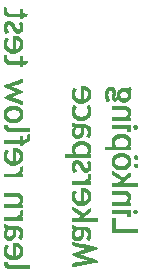
<source format=gbr>
G04 DipTrace 3.0.0.2*
G04 BottomSilk.gbr*
%MOIN*%
G04 #@! TF.FileFunction,Legend,Bot*
G04 #@! TF.Part,Single*
%ADD12C,0.002992*%
%FSLAX26Y26*%
G04*
G70*
G90*
G75*
G01*
G04 BotSilk*
%LPD*%
X468084Y1332178D2*
D12*
X471076D1*
X467573Y1330682D2*
X473393D1*
X467127Y1329186D2*
X474501D1*
X466844Y1327690D2*
X474560D1*
X520446D2*
X527927D1*
X466697Y1326194D2*
X474407D1*
X520446D2*
X527927D1*
X466631Y1324698D2*
X474249D1*
X520446D2*
X527927D1*
X466604Y1323202D2*
X474156D1*
X520446D2*
X527927D1*
X466594Y1321706D2*
X474166D1*
X520446D2*
X527927D1*
X466590Y1320210D2*
X474395D1*
X520446D2*
X527927D1*
X466589Y1318714D2*
X475000D1*
X520446D2*
X527927D1*
X466594Y1317218D2*
X476046D1*
X520446D2*
X527927D1*
X466652Y1315722D2*
X477546D1*
X520446D2*
X527927D1*
X466895Y1314226D2*
X479538D1*
X520446D2*
X527927D1*
X467450Y1312730D2*
X481947D1*
X520446D2*
X527927D1*
X468251Y1311234D2*
X544383D1*
X469150Y1309738D2*
X543461D1*
X470216Y1308241D2*
X542655D1*
X471657Y1306745D2*
X541951D1*
X473601Y1305249D2*
X541259D1*
X475982Y1303753D2*
X539310D1*
X478556Y1302257D2*
X534119D1*
X520446Y1300761D2*
X527927D1*
X520446Y1299265D2*
X527927D1*
X520446Y1297769D2*
X527927D1*
X520446Y1296273D2*
X527927D1*
X520446Y1294777D2*
X527927D1*
X478556Y1285801D2*
X487533D1*
X475864Y1284304D2*
X490410D1*
X473546Y1282808D2*
X492760D1*
X523438D2*
X524934D1*
X471745Y1281312D2*
X494638D1*
X519651D2*
X525166D1*
X470423Y1279816D2*
X496130D1*
X515958D2*
X525542D1*
X469449Y1278320D2*
X497294D1*
X516886D2*
X525982D1*
X468726Y1276824D2*
X498239D1*
X517739D2*
X526435D1*
X468154Y1275328D2*
X499074D1*
X518534D2*
X526932D1*
X467609Y1273832D2*
X478613D1*
X487527D2*
X499855D1*
X519251D2*
X527379D1*
X467144Y1272336D2*
X477315D1*
X488970D2*
X500617D1*
X519813D2*
X527667D1*
X466851Y1270840D2*
X476236D1*
X490270D2*
X501368D1*
X520152D2*
X527815D1*
X466700Y1269344D2*
X475373D1*
X491355D2*
X502113D1*
X520322D2*
X527883D1*
X466632Y1267848D2*
X474745D1*
X492271D2*
X502814D1*
X520392D2*
X527910D1*
X466604Y1266352D2*
X474384D1*
X493095D2*
X503425D1*
X520370D2*
X527921D1*
X466594Y1264856D2*
X474256D1*
X493873D2*
X504016D1*
X520185D2*
X527925D1*
X466590Y1263360D2*
X474368D1*
X494633D2*
X504875D1*
X519749D2*
X527920D1*
X466589Y1261864D2*
X474700D1*
X495384D2*
X506067D1*
X519119D2*
X527868D1*
X466594Y1260367D2*
X475124D1*
X496135D2*
X509139D1*
X517574D2*
X527677D1*
X466646Y1258871D2*
X475577D1*
X496888D2*
X513605D1*
X514071D2*
X527313D1*
X466837Y1257375D2*
X476125D1*
X497690D2*
X526871D1*
X467201Y1255879D2*
X476769D1*
X498634D2*
X526361D1*
X467637Y1254383D2*
X477471D1*
X499794D2*
X525615D1*
X468095Y1252887D2*
X478239D1*
X501127D2*
X524555D1*
X468649Y1251391D2*
X479104D1*
X502605D2*
X523220D1*
X469331Y1249895D2*
X480052D1*
X504301D2*
X521588D1*
X470153Y1248399D2*
X476266D1*
X506297D2*
X519620D1*
X471076Y1246903D2*
X472572D1*
X508478D2*
X517454D1*
X498005Y1236430D2*
X509974D1*
X497315Y1234934D2*
X513082D1*
X496885Y1233438D2*
X515809D1*
X496668Y1231942D2*
X518121D1*
X496571Y1230446D2*
X520019D1*
X471076Y1228950D2*
X475564D1*
X496532D2*
X521542D1*
X470508Y1227454D2*
X477855D1*
X496517D2*
X522767D1*
X469871Y1225958D2*
X480052D1*
X496512D2*
X503990D1*
X509680D2*
X523858D1*
X469223Y1224462D2*
X478619D1*
X496510D2*
X503990D1*
X512051D2*
X524864D1*
X468640Y1222966D2*
X477373D1*
X496509D2*
X503990D1*
X514042D2*
X525671D1*
X468122Y1221470D2*
X476479D1*
X496509D2*
X503990D1*
X515728D2*
X526305D1*
X467598Y1219974D2*
X475922D1*
X496509D2*
X503990D1*
X517133D2*
X526882D1*
X467141Y1218478D2*
X475487D1*
X496509D2*
X503990D1*
X518254D2*
X527361D1*
X466850Y1216982D2*
X475023D1*
X496509D2*
X503990D1*
X519133D2*
X527660D1*
X466700Y1215486D2*
X474598D1*
X496509D2*
X503990D1*
X519767D2*
X527813D1*
X466632Y1213990D2*
X474321D1*
X496509D2*
X503990D1*
X520135D2*
X527882D1*
X466604Y1212493D2*
X474177D1*
X496509D2*
X503990D1*
X520316D2*
X527910D1*
X466594Y1210997D2*
X474117D1*
X496509D2*
X503990D1*
X520396D2*
X527921D1*
X466590Y1209501D2*
X474143D1*
X496509D2*
X503990D1*
X520422D2*
X527924D1*
X466589Y1208005D2*
X474329D1*
X496509D2*
X503990D1*
X520381D2*
X527926D1*
X466594Y1206509D2*
X474736D1*
X496509D2*
X503990D1*
X520189D2*
X527920D1*
X466646Y1205013D2*
X475315D1*
X496509D2*
X503990D1*
X519780D2*
X527868D1*
X466837Y1203517D2*
X475992D1*
X496509D2*
X503990D1*
X519200D2*
X527677D1*
X467201Y1202021D2*
X476763D1*
X496509D2*
X503990D1*
X518523D2*
X527313D1*
X467637Y1200525D2*
X477701D1*
X496509D2*
X503990D1*
X517745D2*
X526877D1*
X468095Y1199029D2*
X478921D1*
X496509D2*
X503990D1*
X516755D2*
X526420D1*
X468650Y1197533D2*
X480578D1*
X496486D2*
X504001D1*
X515338D2*
X525864D1*
X469346Y1196037D2*
X483082D1*
X496416D2*
X504115D1*
X513292D2*
X525168D1*
X470241Y1194541D2*
X487064D1*
X495714D2*
X504387D1*
X510419D2*
X524273D1*
X471381Y1193045D2*
X492791D1*
X493383D2*
X505553D1*
X506691D2*
X523134D1*
X472700Y1191549D2*
X521815D1*
X474124Y1190052D2*
X520391D1*
X475647Y1188556D2*
X518867D1*
X477386Y1187060D2*
X517122D1*
X479542Y1185564D2*
X514909D1*
X482257Y1184068D2*
X511963D1*
X485505Y1182572D2*
X508204D1*
X489029Y1181076D2*
X503990D1*
X468084Y1173596D2*
X471076D1*
X467573Y1172100D2*
X473393D1*
X467127Y1170604D2*
X474501D1*
X466844Y1169108D2*
X474560D1*
X520446D2*
X527927D1*
X466697Y1167612D2*
X474407D1*
X520446D2*
X527927D1*
X466631Y1166115D2*
X474249D1*
X520446D2*
X527927D1*
X466604Y1164619D2*
X474156D1*
X520446D2*
X527927D1*
X466594Y1163123D2*
X474166D1*
X520446D2*
X527927D1*
X466590Y1161627D2*
X474395D1*
X520446D2*
X527927D1*
X466589Y1160131D2*
X475000D1*
X520446D2*
X527927D1*
X466594Y1158635D2*
X476046D1*
X520446D2*
X527927D1*
X466652Y1157139D2*
X477546D1*
X520446D2*
X527927D1*
X466895Y1155643D2*
X479538D1*
X520446D2*
X527927D1*
X467450Y1154147D2*
X481947D1*
X520446D2*
X527927D1*
X468251Y1152651D2*
X544383D1*
X469150Y1151155D2*
X543461D1*
X470216Y1149659D2*
X542655D1*
X471657Y1148163D2*
X541951D1*
X473601Y1146667D2*
X541259D1*
X475982Y1145171D2*
X539310D1*
X478556Y1143675D2*
X534119D1*
X520446Y1142178D2*
X527927D1*
X520446Y1140682D2*
X527927D1*
X520446Y1139186D2*
X527927D1*
X520446Y1137690D2*
X527927D1*
X520446Y1136194D2*
X527927D1*
X526430Y1092808D2*
X527927D1*
X521948Y1091312D2*
X527927D1*
X517513Y1089816D2*
X527927D1*
X513215Y1088320D2*
X527915D1*
X509085Y1086824D2*
X527792D1*
X504980Y1085328D2*
X527494D1*
X500753Y1083832D2*
X526162D1*
X496404Y1082336D2*
X523280D1*
X491979Y1080840D2*
X519712D1*
X487517Y1079344D2*
X515660D1*
X483045Y1077848D2*
X511357D1*
X478630Y1076352D2*
X506941D1*
X474510Y1074856D2*
X502497D1*
X471127Y1073360D2*
X498189D1*
X468458Y1071864D2*
X494398D1*
X467404Y1070367D2*
X491445D1*
X466588Y1068871D2*
X489029D1*
X470502Y1067375D2*
X492589D1*
X474300Y1065879D2*
X496219D1*
X477950Y1064383D2*
X499859D1*
X481491Y1062887D2*
X503434D1*
X485026Y1061391D2*
X506949D1*
X488532Y1059895D2*
X510518D1*
X492007Y1058399D2*
X514158D1*
X495497Y1056903D2*
X517788D1*
X498826Y1055407D2*
X521191D1*
X501646Y1053911D2*
X523984D1*
X503773Y1052415D2*
X525933D1*
X505486Y1050919D2*
X527361D1*
X502436Y1049423D2*
X524752D1*
X499253Y1047927D2*
X521709D1*
X495896Y1046430D2*
X518322D1*
X492468Y1044934D2*
X514742D1*
X489024Y1043438D2*
X511112D1*
X485535Y1041942D2*
X507539D1*
X482090Y1040446D2*
X504023D1*
X478764Y1038950D2*
X500465D1*
X475496Y1037454D2*
X496937D1*
X472392Y1035958D2*
X493745D1*
X469878Y1034462D2*
X491172D1*
X467984Y1032966D2*
X489029D1*
X467096Y1031470D2*
X493517D1*
X469912Y1029974D2*
X498005D1*
X473203Y1028478D2*
X502493D1*
X476824Y1026982D2*
X506982D1*
X480703Y1025486D2*
X511464D1*
X484833Y1023990D2*
X515882D1*
X489095Y1022493D2*
X520004D1*
X493316Y1020997D2*
X523387D1*
X497416Y1019501D2*
X526053D1*
X501509Y1018005D2*
X527184D1*
X505726Y1016509D2*
X527582D1*
X510021Y1015013D2*
X527786D1*
X514254Y1013517D2*
X527874D1*
X518345Y1012021D2*
X527908D1*
X522377Y1010525D2*
X527920D1*
X526430Y1009029D2*
X527927D1*
X489029Y1003045D2*
X505486D1*
X484898Y1001549D2*
X509796D1*
X481281Y1000052D2*
X513397D1*
X478395Y998556D2*
X516217D1*
X476151Y997060D2*
X518411D1*
X474312Y995564D2*
X520223D1*
X472721Y994068D2*
X521801D1*
X471364Y992572D2*
X523154D1*
X470263Y991076D2*
X489680D1*
X506676D2*
X524258D1*
X469386Y989580D2*
X485188D1*
X510432D2*
X525181D1*
X468703Y988084D2*
X481807D1*
X513485D2*
X526002D1*
X468146Y986588D2*
X479373D1*
X515749D2*
X526727D1*
X467606Y985092D2*
X477619D1*
X517413D2*
X527292D1*
X467143Y983596D2*
X476351D1*
X518685D2*
X527632D1*
X466851Y982100D2*
X475414D1*
X519556D2*
X527802D1*
X466700Y980604D2*
X474759D1*
X520045D2*
X527878D1*
X466632Y979108D2*
X474383D1*
X520281D2*
X527909D1*
X466604Y977612D2*
X474199D1*
X520382D2*
X527920D1*
X466594Y976115D2*
X474125D1*
X520417D2*
X527924D1*
X466590Y974619D2*
X474145D1*
X520380D2*
X527926D1*
X466594Y973123D2*
X474330D1*
X520188D2*
X527920D1*
X466647Y971627D2*
X474742D1*
X519774D2*
X527868D1*
X466837Y970131D2*
X475373D1*
X519142D2*
X527677D1*
X467201Y968635D2*
X476247D1*
X518268D2*
X527313D1*
X467637Y967139D2*
X477441D1*
X517074D2*
X526877D1*
X468095Y965643D2*
X479064D1*
X515451D2*
X526420D1*
X468650Y964147D2*
X481337D1*
X513178D2*
X525864D1*
X469346Y962651D2*
X484392D1*
X510122D2*
X525168D1*
X470241Y961155D2*
X488073D1*
X506441D2*
X524273D1*
X471381Y959659D2*
X523128D1*
X472706Y958163D2*
X521756D1*
X474182Y956667D2*
X520136D1*
X475908Y955171D2*
X518196D1*
X478113Y953675D2*
X515830D1*
X481057Y952178D2*
X512872D1*
X484815Y950682D2*
X509318D1*
X489029Y949186D2*
X505486D1*
X466588Y940210D2*
X475564D1*
X466588Y938714D2*
X475627D1*
X466594Y937218D2*
X475883D1*
X466646Y935722D2*
X476368D1*
X466843Y934226D2*
X477744D1*
X467254Y932730D2*
X479631D1*
X467834Y931234D2*
X481983D1*
X468512Y929738D2*
X551864D1*
X469283Y928241D2*
X551864D1*
X470226Y926745D2*
X551864D1*
X471496Y925249D2*
X551864D1*
X473284Y923753D2*
X551864D1*
X475724Y922257D2*
X551864D1*
X478556Y920761D2*
X551864D1*
X545879Y908793D2*
X551864D1*
X545189Y907297D2*
X551864D1*
X544759Y905801D2*
X551864D1*
X544542Y904304D2*
X551864D1*
X544445Y902808D2*
X551864D1*
X518950Y901312D2*
X527927D1*
X544400D2*
X551864D1*
X518950Y899816D2*
X527927D1*
X544327D2*
X551864D1*
X518950Y898320D2*
X527927D1*
X544073D2*
X551858D1*
X518950Y896824D2*
X527927D1*
X543457D2*
X551805D1*
X518950Y895328D2*
X527927D1*
X542378D2*
X551609D1*
X518950Y893832D2*
X527927D1*
X540954D2*
X551192D1*
X518950Y892336D2*
X527927D1*
X537534D2*
X550559D1*
X518950Y890840D2*
X527927D1*
X532499D2*
X549691D1*
X468084Y889344D2*
X548561D1*
X468084Y887848D2*
X547240D1*
X468084Y886352D2*
X545759D1*
X468084Y884856D2*
X543975D1*
X468084Y883360D2*
X541547D1*
X468084Y881864D2*
X538251D1*
X468084Y880367D2*
X534544D1*
X518950Y878871D2*
X531461D1*
X518950Y877375D2*
X529210D1*
X518950Y875879D2*
X528529D1*
X518950Y874383D2*
X528174D1*
X518950Y872887D2*
X528015D1*
X518950Y871391D2*
X527927D1*
X498005Y862415D2*
X509974D1*
X497315Y860919D2*
X513082D1*
X496885Y859423D2*
X515809D1*
X496668Y857927D2*
X518121D1*
X496571Y856430D2*
X520019D1*
X471076Y854934D2*
X475564D1*
X496532D2*
X521542D1*
X470508Y853438D2*
X477855D1*
X496517D2*
X522767D1*
X469871Y851942D2*
X480052D1*
X496512D2*
X503990D1*
X509680D2*
X523858D1*
X469223Y850446D2*
X478619D1*
X496510D2*
X503990D1*
X512051D2*
X524864D1*
X468640Y848950D2*
X477373D1*
X496509D2*
X503990D1*
X514042D2*
X525671D1*
X468122Y847454D2*
X476479D1*
X496509D2*
X503990D1*
X515728D2*
X526305D1*
X467598Y845958D2*
X475922D1*
X496509D2*
X503990D1*
X517133D2*
X526882D1*
X467141Y844462D2*
X475487D1*
X496509D2*
X503990D1*
X518254D2*
X527361D1*
X466850Y842966D2*
X475023D1*
X496509D2*
X503990D1*
X519133D2*
X527660D1*
X466700Y841470D2*
X474598D1*
X496509D2*
X503990D1*
X519767D2*
X527813D1*
X466632Y839974D2*
X474321D1*
X496509D2*
X503990D1*
X520135D2*
X527882D1*
X466604Y838478D2*
X474177D1*
X496509D2*
X503990D1*
X520316D2*
X527910D1*
X466594Y836982D2*
X474117D1*
X496509D2*
X503990D1*
X520396D2*
X527921D1*
X466590Y835486D2*
X474143D1*
X496509D2*
X503990D1*
X520422D2*
X527924D1*
X466589Y833990D2*
X474329D1*
X496509D2*
X503990D1*
X520381D2*
X527926D1*
X466594Y832493D2*
X474736D1*
X496509D2*
X503990D1*
X520189D2*
X527920D1*
X466646Y830997D2*
X475315D1*
X496509D2*
X503990D1*
X519780D2*
X527868D1*
X466837Y829501D2*
X475992D1*
X496509D2*
X503990D1*
X519200D2*
X527677D1*
X467201Y828005D2*
X476763D1*
X496509D2*
X503990D1*
X518523D2*
X527313D1*
X467637Y826509D2*
X477701D1*
X496509D2*
X503990D1*
X517745D2*
X526877D1*
X468095Y825013D2*
X478921D1*
X496509D2*
X503990D1*
X516755D2*
X526420D1*
X468650Y823517D2*
X480578D1*
X496486D2*
X504001D1*
X515338D2*
X525864D1*
X469346Y822021D2*
X483082D1*
X496416D2*
X504115D1*
X513292D2*
X525168D1*
X470241Y820525D2*
X487064D1*
X495714D2*
X504387D1*
X510419D2*
X524273D1*
X471381Y819029D2*
X492791D1*
X493383D2*
X505553D1*
X506691D2*
X523134D1*
X472700Y817533D2*
X521815D1*
X474124Y816037D2*
X520391D1*
X475647Y814541D2*
X518867D1*
X477386Y813045D2*
X517122D1*
X479542Y811549D2*
X514909D1*
X482257Y810052D2*
X511963D1*
X485505Y808556D2*
X508204D1*
X489029Y807060D2*
X503990D1*
X526430Y802572D2*
X527927D1*
X523521Y801076D2*
X527927D1*
X521016Y799580D2*
X527927D1*
X519961Y798084D2*
X527927D1*
X519928Y796588D2*
X527927D1*
X520096Y795092D2*
X527927D1*
X520256Y793596D2*
X527921D1*
X520304Y792100D2*
X527868D1*
X520157Y790604D2*
X527672D1*
X519761Y789108D2*
X527261D1*
X519137Y787612D2*
X526681D1*
X518266Y786115D2*
X525997D1*
X517079Y784619D2*
X525173D1*
X515515Y783123D2*
X524050D1*
X513491Y781627D2*
X522524D1*
X511037Y780131D2*
X520762D1*
X508313Y778635D2*
X518950D1*
X468084Y777139D2*
X527927D1*
X468084Y775643D2*
X527927D1*
X468084Y774147D2*
X527927D1*
X468084Y772651D2*
X527927D1*
X468084Y771155D2*
X527927D1*
X468084Y769659D2*
X527927D1*
X468084Y768163D2*
X527927D1*
X468084Y712808D2*
X512966D1*
X468084Y711312D2*
X516355D1*
X468084Y709816D2*
X519155D1*
X468084Y708320D2*
X521364D1*
X468084Y706824D2*
X523147D1*
X468084Y705328D2*
X524591D1*
X468084Y703832D2*
X525726D1*
X510876Y702336D2*
X526611D1*
X514069Y700840D2*
X527246D1*
X516371Y699344D2*
X527615D1*
X517936Y697848D2*
X527796D1*
X519010Y696352D2*
X527876D1*
X519721Y694856D2*
X527908D1*
X520119Y693360D2*
X527920D1*
X520311Y691864D2*
X527924D1*
X520388Y690367D2*
X527920D1*
X520369Y688871D2*
X527868D1*
X520184Y687375D2*
X527671D1*
X519772Y685879D2*
X527255D1*
X519147Y684383D2*
X526622D1*
X518332Y682887D2*
X525754D1*
X517393Y681391D2*
X524624D1*
X516436Y679895D2*
X523309D1*
X515407Y678399D2*
X521895D1*
X514227Y676903D2*
X520446D1*
X468084Y675407D2*
X522622D1*
X468084Y673911D2*
X524684D1*
X468084Y672415D2*
X526476D1*
X468084Y670919D2*
X527215D1*
X468084Y669423D2*
X527622D1*
X468084Y667927D2*
X527814D1*
X468084Y666430D2*
X527927D1*
X526430Y657454D2*
X527927D1*
X523521Y655958D2*
X527927D1*
X521016Y654462D2*
X527927D1*
X519961Y652966D2*
X527927D1*
X519928Y651470D2*
X527927D1*
X520096Y649974D2*
X527927D1*
X520256Y648478D2*
X527921D1*
X520304Y646982D2*
X527868D1*
X520157Y645486D2*
X527672D1*
X519761Y643990D2*
X527261D1*
X519137Y642493D2*
X526681D1*
X518266Y640997D2*
X525997D1*
X517079Y639501D2*
X525173D1*
X515515Y638005D2*
X524050D1*
X513491Y636509D2*
X522524D1*
X511037Y635013D2*
X520762D1*
X508313Y633517D2*
X518950D1*
X468084Y632021D2*
X527927D1*
X468084Y630525D2*
X527927D1*
X468084Y629029D2*
X527927D1*
X468084Y627533D2*
X527927D1*
X468084Y626037D2*
X527927D1*
X468084Y624541D2*
X527927D1*
X468084Y623045D2*
X527927D1*
X466588Y608084D2*
X471076D1*
X466594Y606588D2*
X473372D1*
X466646Y605092D2*
X475902D1*
X466843Y603596D2*
X511470D1*
X467260Y602100D2*
X515084D1*
X467898Y600604D2*
X518203D1*
X468823Y599108D2*
X520614D1*
X470183Y597612D2*
X522347D1*
X472001Y596115D2*
X523685D1*
X474068Y594619D2*
X524797D1*
X472629Y593123D2*
X480109D1*
X498005D2*
X504221D1*
X511176D2*
X525647D1*
X471331Y591627D2*
X478811D1*
X498005D2*
X504592D1*
X513541D2*
X526296D1*
X470252Y590131D2*
X477726D1*
X498005D2*
X504979D1*
X515480D2*
X526879D1*
X469382Y588635D2*
X476810D1*
X498005D2*
X505241D1*
X516975D2*
X527360D1*
X468702Y587139D2*
X475992D1*
X498005D2*
X505380D1*
X518022D2*
X527660D1*
X468145Y585643D2*
X475267D1*
X498005D2*
X505444D1*
X518759D2*
X527813D1*
X467606Y584147D2*
X474703D1*
X498005D2*
X505464D1*
X519377D2*
X527882D1*
X467143Y582651D2*
X474363D1*
X497999D2*
X505422D1*
X519872D2*
X527910D1*
X466851Y581155D2*
X474192D1*
X497947D2*
X505235D1*
X520171D2*
X527921D1*
X466700Y579659D2*
X474117D1*
X497750D2*
X504878D1*
X520274D2*
X527924D1*
X466632Y578163D2*
X474086D1*
X497334D2*
X504489D1*
X520152D2*
X527926D1*
X466604Y576667D2*
X474080D1*
X496707D2*
X504175D1*
X519822D2*
X527926D1*
X466594Y575171D2*
X474135D1*
X495885D2*
X503846D1*
X519443D2*
X527921D1*
X466596Y573675D2*
X474382D1*
X494893D2*
X503418D1*
X519134D2*
X527868D1*
X466647Y572178D2*
X474849D1*
X493711D2*
X502950D1*
X518800D2*
X527677D1*
X466843Y570682D2*
X476018D1*
X491977D2*
X502436D1*
X518320D2*
X527313D1*
X467260Y569186D2*
X478911D1*
X489000D2*
X501738D1*
X517662D2*
X526877D1*
X467886Y567690D2*
X483430D1*
X484311D2*
X500873D1*
X516788D2*
X526420D1*
X468708Y566194D2*
X499953D1*
X515680D2*
X525870D1*
X469700Y564698D2*
X498930D1*
X514462D2*
X525231D1*
X470853Y563202D2*
X497675D1*
X516758D2*
X524572D1*
X472302Y561706D2*
X496083D1*
X519288D2*
X523970D1*
X474123Y560210D2*
X494053D1*
X521942D2*
X523438D1*
X476255Y558714D2*
X491630D1*
X478556Y557218D2*
X489029D1*
X498005Y546745D2*
X509974D1*
X497315Y545249D2*
X513082D1*
X496885Y543753D2*
X515809D1*
X496668Y542257D2*
X518121D1*
X496571Y540761D2*
X520019D1*
X471076Y539265D2*
X475564D1*
X496532D2*
X521542D1*
X470508Y537769D2*
X477855D1*
X496517D2*
X522767D1*
X469871Y536273D2*
X480052D1*
X496512D2*
X503990D1*
X509680D2*
X523858D1*
X469223Y534777D2*
X478619D1*
X496510D2*
X503990D1*
X512051D2*
X524864D1*
X468640Y533281D2*
X477373D1*
X496509D2*
X503990D1*
X514042D2*
X525671D1*
X468122Y531785D2*
X476479D1*
X496509D2*
X503990D1*
X515728D2*
X526305D1*
X467598Y530289D2*
X475922D1*
X496509D2*
X503990D1*
X517133D2*
X526882D1*
X467141Y528793D2*
X475487D1*
X496509D2*
X503990D1*
X518254D2*
X527361D1*
X466850Y527297D2*
X475023D1*
X496509D2*
X503990D1*
X519133D2*
X527660D1*
X466700Y525801D2*
X474598D1*
X496509D2*
X503990D1*
X519767D2*
X527813D1*
X466632Y524304D2*
X474321D1*
X496509D2*
X503990D1*
X520135D2*
X527882D1*
X466604Y522808D2*
X474177D1*
X496509D2*
X503990D1*
X520316D2*
X527910D1*
X466594Y521312D2*
X474117D1*
X496509D2*
X503990D1*
X520396D2*
X527921D1*
X466590Y519816D2*
X474143D1*
X496509D2*
X503990D1*
X520422D2*
X527924D1*
X466589Y518320D2*
X474329D1*
X496509D2*
X503990D1*
X520381D2*
X527926D1*
X466594Y516824D2*
X474736D1*
X496509D2*
X503990D1*
X520189D2*
X527920D1*
X466646Y515328D2*
X475315D1*
X496509D2*
X503990D1*
X519780D2*
X527868D1*
X466837Y513832D2*
X475992D1*
X496509D2*
X503990D1*
X519200D2*
X527677D1*
X467201Y512336D2*
X476763D1*
X496509D2*
X503990D1*
X518523D2*
X527313D1*
X467637Y510840D2*
X477701D1*
X496509D2*
X503990D1*
X517745D2*
X526877D1*
X468095Y509344D2*
X478921D1*
X496509D2*
X503990D1*
X516755D2*
X526420D1*
X468650Y507848D2*
X480578D1*
X496486D2*
X504001D1*
X515338D2*
X525864D1*
X469346Y506352D2*
X483082D1*
X496416D2*
X504115D1*
X513292D2*
X525168D1*
X470241Y504856D2*
X487064D1*
X495714D2*
X504387D1*
X510419D2*
X524273D1*
X471381Y503360D2*
X492791D1*
X493383D2*
X505553D1*
X506691D2*
X523134D1*
X472700Y501864D2*
X521815D1*
X474124Y500367D2*
X520391D1*
X475647Y498871D2*
X518867D1*
X477386Y497375D2*
X517122D1*
X479542Y495879D2*
X514909D1*
X482257Y494383D2*
X511963D1*
X485505Y492887D2*
X508204D1*
X489029Y491391D2*
X503990D1*
X466588Y482415D2*
X475564D1*
X466588Y480919D2*
X475627D1*
X466594Y479423D2*
X475883D1*
X466646Y477927D2*
X476368D1*
X466843Y476430D2*
X477744D1*
X467254Y474934D2*
X479631D1*
X467834Y473438D2*
X481983D1*
X468512Y471942D2*
X551864D1*
X469283Y470446D2*
X551864D1*
X470226Y468950D2*
X551864D1*
X471496Y467454D2*
X551864D1*
X473284Y465958D2*
X551864D1*
X475724Y464462D2*
X551864D1*
X478556Y462966D2*
X551864D1*
X724613Y1069449D2*
X736581D1*
X723922Y1067953D2*
X739690D1*
X723493Y1066457D2*
X742416D1*
X723275Y1064961D2*
X744729D1*
X723179Y1063465D2*
X746627D1*
X697684Y1061969D2*
X702172D1*
X723140D2*
X748149D1*
X697115Y1060472D2*
X704463D1*
X723125D2*
X749375D1*
X696478Y1058976D2*
X706660D1*
X723120D2*
X730597D1*
X736287D2*
X750465D1*
X695830Y1057480D2*
X705227D1*
X723118D2*
X730597D1*
X738658D2*
X751471D1*
X695247Y1055984D2*
X703981D1*
X723117D2*
X730597D1*
X740650D2*
X752279D1*
X694730Y1054488D2*
X703087D1*
X723117D2*
X730597D1*
X742336D2*
X752913D1*
X694206Y1052992D2*
X702529D1*
X723117D2*
X730597D1*
X743741D2*
X753489D1*
X693748Y1051496D2*
X702094D1*
X723117D2*
X730597D1*
X744862D2*
X753968D1*
X693457Y1050000D2*
X701631D1*
X723117D2*
X730597D1*
X745741D2*
X754268D1*
X693307Y1048504D2*
X701205D1*
X723117D2*
X730597D1*
X746374D2*
X754421D1*
X693240Y1047008D2*
X700928D1*
X723117D2*
X730597D1*
X746743D2*
X754489D1*
X693212Y1045512D2*
X700784D1*
X723117D2*
X730597D1*
X746924D2*
X754518D1*
X693201Y1044016D2*
X700725D1*
X723117D2*
X730597D1*
X747003D2*
X754528D1*
X693198Y1042520D2*
X700750D1*
X723117D2*
X730597D1*
X747029D2*
X754532D1*
X693196Y1041024D2*
X700937D1*
X723117D2*
X730597D1*
X746989D2*
X754533D1*
X693202Y1039528D2*
X701344D1*
X723117D2*
X730597D1*
X746797D2*
X754528D1*
X693254Y1038031D2*
X701922D1*
X723117D2*
X730597D1*
X746387D2*
X754476D1*
X693445Y1036535D2*
X702600D1*
X723117D2*
X730597D1*
X745808D2*
X754285D1*
X693809Y1035039D2*
X703371D1*
X723117D2*
X730597D1*
X745130D2*
X753921D1*
X694245Y1033543D2*
X704309D1*
X723117D2*
X730597D1*
X744353D2*
X753485D1*
X694702Y1032047D2*
X705529D1*
X723117D2*
X730597D1*
X743363D2*
X753027D1*
X695258Y1030551D2*
X707185D1*
X723093D2*
X730609D1*
X741946D2*
X752472D1*
X695954Y1029055D2*
X709690D1*
X723023D2*
X730723D1*
X739899D2*
X751776D1*
X696849Y1027559D2*
X713672D1*
X722322D2*
X730995D1*
X737027D2*
X750881D1*
X697988Y1026063D2*
X719399D1*
X719990D2*
X732160D1*
X733299D2*
X749741D1*
X699307Y1024567D2*
X748422D1*
X700732Y1023071D2*
X746998D1*
X702255Y1021575D2*
X745475D1*
X703994Y1020079D2*
X743730D1*
X706150Y1018583D2*
X741517D1*
X708865Y1017087D2*
X738571D1*
X712112Y1015591D2*
X734812D1*
X715636Y1014094D2*
X730597D1*
X697684Y1005118D2*
X699180D1*
X748550D2*
X750046D1*
X697115Y1003622D2*
X701897D1*
X746779D2*
X750614D1*
X696478Y1002126D2*
X704364D1*
X744758D2*
X751251D1*
X695836Y1000630D2*
X706660D1*
X742566D2*
X751899D1*
X695300Y999134D2*
X705401D1*
X743487D2*
X752482D1*
X694920Y997638D2*
X704334D1*
X744294D2*
X753000D1*
X694564Y996142D2*
X703469D1*
X744951D2*
X753524D1*
X694132Y994646D2*
X702790D1*
X745500D2*
X753981D1*
X693718Y993150D2*
X702233D1*
X746037D2*
X754272D1*
X693446Y991654D2*
X701694D1*
X746499D2*
X754422D1*
X693303Y990157D2*
X701231D1*
X746791D2*
X754490D1*
X693238Y988661D2*
X700939D1*
X746942D2*
X754518D1*
X693211Y987165D2*
X700794D1*
X747010D2*
X754528D1*
X693201Y985669D2*
X700778D1*
X747032D2*
X754532D1*
X693197Y984173D2*
X700941D1*
X746990D2*
X754533D1*
X693196Y982677D2*
X701295D1*
X746797D2*
X754528D1*
X693202Y981181D2*
X701727D1*
X746387D2*
X754476D1*
X693254Y979685D2*
X702183D1*
X745808D2*
X754285D1*
X693445Y978189D2*
X702738D1*
X745130D2*
X753921D1*
X693809Y976693D2*
X703434D1*
X744359D2*
X753485D1*
X694245Y975197D2*
X704335D1*
X743421D2*
X753027D1*
X694702Y973701D2*
X705539D1*
X742201D2*
X752478D1*
X695258Y972205D2*
X707224D1*
X740509D2*
X751834D1*
X695948Y970709D2*
X710068D1*
X737663D2*
X751130D1*
X696790Y969213D2*
X715436D1*
X732294D2*
X750349D1*
X697745Y967717D2*
X724231D1*
X723498D2*
X749413D1*
X698759Y966220D2*
X748256D1*
X699990Y964724D2*
X746924D1*
X701610Y963228D2*
X745445D1*
X703594Y961732D2*
X743719D1*
X705948Y960236D2*
X741513D1*
X708776Y958740D2*
X738569D1*
X712079Y957244D2*
X734811D1*
X715636Y955748D2*
X730597D1*
X693196Y946772D2*
X697684D1*
X693201Y945276D2*
X699980D1*
X693254Y943780D2*
X702509D1*
X693450Y942283D2*
X738077D1*
X693867Y940787D2*
X741691D1*
X694506Y939291D2*
X744810D1*
X695431Y937795D2*
X747222D1*
X696791Y936299D2*
X748955D1*
X698609Y934803D2*
X750292D1*
X700676Y933307D2*
X751404D1*
X699237Y931811D2*
X706717D1*
X724613D2*
X730828D1*
X737783D2*
X752254D1*
X697938Y930315D2*
X705419D1*
X724613D2*
X731199D1*
X740149D2*
X752904D1*
X696859Y928819D2*
X704334D1*
X724613D2*
X731587D1*
X742087D2*
X753486D1*
X695990Y927323D2*
X703418D1*
X724613D2*
X731849D1*
X743583D2*
X753967D1*
X695310Y925827D2*
X702599D1*
X724613D2*
X731988D1*
X744629D2*
X754267D1*
X694753Y924331D2*
X701875D1*
X724613D2*
X732051D1*
X745367D2*
X754421D1*
X694214Y922835D2*
X701311D1*
X724613D2*
X732072D1*
X745985D2*
X754489D1*
X693751Y921339D2*
X700970D1*
X724607D2*
X732029D1*
X746480D2*
X754518D1*
X693458Y919843D2*
X700800D1*
X724554D2*
X731842D1*
X746779D2*
X754528D1*
X693308Y918346D2*
X700724D1*
X724358D2*
X731485D1*
X746881D2*
X754532D1*
X693240Y916850D2*
X700694D1*
X723941D2*
X731096D1*
X746760D2*
X754533D1*
X693212Y915354D2*
X700688D1*
X723314D2*
X730783D1*
X746430D2*
X754534D1*
X693201Y913858D2*
X700742D1*
X722493D2*
X730453D1*
X746051D2*
X754528D1*
X693203Y912362D2*
X700990D1*
X721501D2*
X730026D1*
X745741D2*
X754476D1*
X693255Y910866D2*
X701456D1*
X720318D2*
X729558D1*
X745408D2*
X754285D1*
X693451Y909370D2*
X702626D1*
X718585D2*
X729043D1*
X744928D2*
X753921D1*
X693867Y907874D2*
X705519D1*
X715608D2*
X728346D1*
X744269D2*
X753485D1*
X694494Y906378D2*
X710038D1*
X710918D2*
X727481D1*
X743395D2*
X753027D1*
X695316Y904882D2*
X726561D1*
X742288D2*
X752478D1*
X696307Y903386D2*
X725538D1*
X741070D2*
X751839D1*
X697461Y901890D2*
X724282D1*
X743366D2*
X751180D1*
X698910Y900394D2*
X722691D1*
X745895D2*
X750577D1*
X700730Y898898D2*
X720661D1*
X748550D2*
X750046D1*
X702863Y897402D2*
X718237D1*
X705164Y895906D2*
X715636D1*
Y885433D2*
X732093D1*
X711679Y883937D2*
X736741D1*
X708242Y882441D2*
X740608D1*
X705385Y880945D2*
X743677D1*
X703019Y879449D2*
X746086D1*
X701058Y877953D2*
X747902D1*
X699392Y876457D2*
X749271D1*
X697998Y874961D2*
X750425D1*
X696881Y873465D2*
X715993D1*
X733232D2*
X751456D1*
X695998Y871969D2*
X712376D1*
X736843D2*
X752273D1*
X695312Y870472D2*
X709491D1*
X739676D2*
X752911D1*
X694754Y868976D2*
X707253D1*
X741724D2*
X753489D1*
X694214Y867480D2*
X705466D1*
X743158D2*
X753968D1*
X693751Y865984D2*
X704066D1*
X744221D2*
X754268D1*
X693458Y864488D2*
X703067D1*
X745098D2*
X754421D1*
X693308Y862992D2*
X702350D1*
X745843D2*
X754489D1*
X693240Y861496D2*
X701740D1*
X746415D2*
X754518D1*
X693212Y860000D2*
X701248D1*
X746758D2*
X754528D1*
X693201Y858504D2*
X700945D1*
X746929D2*
X754532D1*
X693203Y857008D2*
X700790D1*
X746999D2*
X754528D1*
X693255Y855512D2*
X700727D1*
X746977D2*
X754475D1*
X693445Y854016D2*
X700751D1*
X746792D2*
X754279D1*
X693809Y852520D2*
X700937D1*
X746386D2*
X753868D1*
X694245Y851024D2*
X701344D1*
X745807D2*
X753288D1*
X694697Y849528D2*
X701917D1*
X745130D2*
X752612D1*
X695194Y848031D2*
X702536D1*
X744359D2*
X751854D1*
X695645Y846535D2*
X703062D1*
X743431D2*
X750993D1*
X695955Y845039D2*
X703412D1*
X742301D2*
X750046D1*
X670755Y843543D2*
X752118D1*
X670755Y842047D2*
X753652D1*
X670755Y840551D2*
X754120D1*
X670755Y839055D2*
X754364D1*
X670755Y837559D2*
X754469D1*
X670755Y836063D2*
X754512D1*
X670755Y834567D2*
X754534D1*
X705164Y822598D2*
X714140D1*
X702472Y821102D2*
X717018D1*
X700153Y819606D2*
X719367D1*
X750046D2*
X751542D1*
X698353Y818110D2*
X721246D1*
X746259D2*
X751773D1*
X697030Y816614D2*
X722738D1*
X742566D2*
X752150D1*
X696056Y815118D2*
X723901D1*
X743493D2*
X752590D1*
X695334Y813622D2*
X724847D1*
X744346D2*
X753043D1*
X694761Y812126D2*
X725682D1*
X745142D2*
X753540D1*
X694217Y810630D2*
X705221D1*
X714135D2*
X726463D1*
X745859D2*
X753987D1*
X693752Y809134D2*
X703923D1*
X715578D2*
X727225D1*
X746420D2*
X754274D1*
X693459Y807638D2*
X702844D1*
X716878D2*
X727976D1*
X746760D2*
X754423D1*
X693308Y806142D2*
X701980D1*
X717963D2*
X728721D1*
X746930D2*
X754490D1*
X693240Y804646D2*
X701352D1*
X718879D2*
X729422D1*
X746999D2*
X754518D1*
X693212Y803150D2*
X700992D1*
X719703D2*
X730033D1*
X746977D2*
X754528D1*
X693201Y801654D2*
X700864D1*
X720480D2*
X730624D1*
X746793D2*
X754532D1*
X693198Y800157D2*
X700975D1*
X721241D2*
X731482D1*
X746357D2*
X754528D1*
X693196Y798661D2*
X701308D1*
X721992D2*
X732675D1*
X745726D2*
X754475D1*
X693202Y797165D2*
X701732D1*
X722743D2*
X735746D1*
X744182D2*
X754285D1*
X693254Y795669D2*
X702185D1*
X723496D2*
X740213D1*
X740679D2*
X753921D1*
X693445Y794173D2*
X702733D1*
X724298D2*
X753479D1*
X693809Y792677D2*
X703376D1*
X725241D2*
X752969D1*
X694245Y791181D2*
X704079D1*
X726401D2*
X752223D1*
X694702Y789685D2*
X704846D1*
X727734D2*
X751162D1*
X695257Y788189D2*
X705711D1*
X729212D2*
X749827D1*
X695939Y786693D2*
X706660D1*
X730909D2*
X748195D1*
X696761Y785197D2*
X702873D1*
X732905D2*
X746227D1*
X697684Y783701D2*
X699180D1*
X735085D2*
X744062D1*
X753038Y777717D2*
X754534D1*
X750128Y776220D2*
X754534D1*
X747623Y774724D2*
X754534D1*
X746568Y773228D2*
X754534D1*
X746536Y771732D2*
X754534D1*
X746704Y770236D2*
X754534D1*
X746863Y768740D2*
X754528D1*
X746911Y767244D2*
X754476D1*
X746764Y765748D2*
X754279D1*
X746369Y764252D2*
X753868D1*
X745745Y762756D2*
X753288D1*
X744874Y761260D2*
X752605D1*
X743687Y759764D2*
X751781D1*
X742122Y758268D2*
X750657D1*
X740098Y756772D2*
X749131D1*
X737645Y755276D2*
X747369D1*
X734921Y753780D2*
X745558D1*
X694692Y752283D2*
X754534D1*
X694692Y750787D2*
X754534D1*
X694692Y749291D2*
X754534D1*
X694692Y747795D2*
X754534D1*
X694692Y746299D2*
X754534D1*
X694692Y744803D2*
X754534D1*
X694692Y743307D2*
X754534D1*
X724613Y728346D2*
X736581D1*
X723922Y726850D2*
X739690D1*
X723493Y725354D2*
X742416D1*
X723275Y723858D2*
X744729D1*
X723179Y722362D2*
X746627D1*
X697684Y720866D2*
X702172D1*
X723140D2*
X748149D1*
X697115Y719370D2*
X704463D1*
X723125D2*
X749375D1*
X696478Y717874D2*
X706660D1*
X723120D2*
X730597D1*
X736287D2*
X750465D1*
X695830Y716378D2*
X705227D1*
X723118D2*
X730597D1*
X738658D2*
X751471D1*
X695247Y714882D2*
X703981D1*
X723117D2*
X730597D1*
X740650D2*
X752279D1*
X694730Y713386D2*
X703087D1*
X723117D2*
X730597D1*
X742336D2*
X752913D1*
X694206Y711890D2*
X702529D1*
X723117D2*
X730597D1*
X743741D2*
X753489D1*
X693748Y710394D2*
X702094D1*
X723117D2*
X730597D1*
X744862D2*
X753968D1*
X693457Y708898D2*
X701631D1*
X723117D2*
X730597D1*
X745741D2*
X754268D1*
X693307Y707402D2*
X701205D1*
X723117D2*
X730597D1*
X746374D2*
X754421D1*
X693240Y705906D2*
X700928D1*
X723117D2*
X730597D1*
X746743D2*
X754489D1*
X693212Y704409D2*
X700784D1*
X723117D2*
X730597D1*
X746924D2*
X754518D1*
X693201Y702913D2*
X700725D1*
X723117D2*
X730597D1*
X747003D2*
X754528D1*
X693198Y701417D2*
X700750D1*
X723117D2*
X730597D1*
X747029D2*
X754532D1*
X693196Y699921D2*
X700937D1*
X723117D2*
X730597D1*
X746989D2*
X754533D1*
X693202Y698425D2*
X701344D1*
X723117D2*
X730597D1*
X746797D2*
X754528D1*
X693254Y696929D2*
X701922D1*
X723117D2*
X730597D1*
X746387D2*
X754476D1*
X693445Y695433D2*
X702600D1*
X723117D2*
X730597D1*
X745808D2*
X754285D1*
X693809Y693937D2*
X703371D1*
X723117D2*
X730597D1*
X745130D2*
X753921D1*
X694245Y692441D2*
X704309D1*
X723117D2*
X730597D1*
X744353D2*
X753485D1*
X694702Y690945D2*
X705529D1*
X723117D2*
X730597D1*
X743363D2*
X753027D1*
X695258Y689449D2*
X707185D1*
X723093D2*
X730609D1*
X741946D2*
X752472D1*
X695954Y687953D2*
X709690D1*
X723023D2*
X730723D1*
X739899D2*
X751776D1*
X696849Y686457D2*
X713672D1*
X722322D2*
X730995D1*
X737027D2*
X750881D1*
X697988Y684961D2*
X719399D1*
X719990D2*
X732160D1*
X733299D2*
X749741D1*
X699307Y683465D2*
X748422D1*
X700732Y681969D2*
X746998D1*
X702255Y680472D2*
X745475D1*
X703994Y678976D2*
X743730D1*
X706150Y677480D2*
X741517D1*
X708865Y675984D2*
X738571D1*
X712112Y674488D2*
X734812D1*
X715636Y672992D2*
X730597D1*
X694692Y667008D2*
X696188D1*
X694692Y665512D2*
X698611D1*
X694692Y664016D2*
X700966D1*
X694692Y662520D2*
X703311D1*
X753038D2*
X754534D1*
X694703Y661024D2*
X705720D1*
X750851D2*
X754534D1*
X694820Y659528D2*
X708189D1*
X748920D2*
X754534D1*
X695101Y658031D2*
X710604D1*
X747154D2*
X754528D1*
X696422Y656535D2*
X712942D1*
X745371D2*
X754470D1*
X698247Y655039D2*
X715232D1*
X743477D2*
X754221D1*
X700350Y653543D2*
X717500D1*
X741583D2*
X753607D1*
X702559Y652047D2*
X719800D1*
X739820D2*
X752564D1*
X704843Y650551D2*
X722195D1*
X738172D2*
X751121D1*
X707229Y649055D2*
X724717D1*
X736498D2*
X749372D1*
X709689Y647559D2*
X727401D1*
X734513D2*
X747535D1*
X712102Y646063D2*
X730381D1*
X731984D2*
X745788D1*
X714445Y644567D2*
X744106D1*
X716787Y643071D2*
X742358D1*
X719241Y641575D2*
X740478D1*
X721879Y640079D2*
X738588D1*
X724613Y638583D2*
X736827D1*
X723117Y637087D2*
X735186D1*
X721621Y635591D2*
X733573D1*
X720125Y634094D2*
X731860D1*
X718629Y632598D2*
X729995D1*
X717133Y631102D2*
X728108D1*
X715636Y629606D2*
X726327D1*
X694692Y628110D2*
X778471D1*
X694692Y626614D2*
X778471D1*
X694692Y625118D2*
X778471D1*
X694692Y623622D2*
X778471D1*
X694692Y622126D2*
X778471D1*
X694692Y620630D2*
X778471D1*
X694692Y619134D2*
X778471D1*
X693196Y605669D2*
X697684D1*
X693201Y604173D2*
X699980D1*
X693254Y602677D2*
X702509D1*
X693450Y601181D2*
X738077D1*
X693867Y599685D2*
X741691D1*
X694506Y598189D2*
X744810D1*
X695431Y596693D2*
X747222D1*
X696791Y595197D2*
X748955D1*
X698609Y593701D2*
X750292D1*
X700676Y592205D2*
X751404D1*
X699237Y590709D2*
X706717D1*
X724613D2*
X730828D1*
X737783D2*
X752254D1*
X697938Y589213D2*
X705419D1*
X724613D2*
X731199D1*
X740149D2*
X752904D1*
X696859Y587717D2*
X704334D1*
X724613D2*
X731587D1*
X742087D2*
X753486D1*
X695990Y586220D2*
X703418D1*
X724613D2*
X731849D1*
X743583D2*
X753967D1*
X695310Y584724D2*
X702599D1*
X724613D2*
X731988D1*
X744629D2*
X754267D1*
X694753Y583228D2*
X701875D1*
X724613D2*
X732051D1*
X745367D2*
X754421D1*
X694214Y581732D2*
X701311D1*
X724613D2*
X732072D1*
X745985D2*
X754489D1*
X693751Y580236D2*
X700970D1*
X724607D2*
X732029D1*
X746480D2*
X754518D1*
X693458Y578740D2*
X700800D1*
X724554D2*
X731842D1*
X746779D2*
X754528D1*
X693308Y577244D2*
X700724D1*
X724358D2*
X731485D1*
X746881D2*
X754532D1*
X693240Y575748D2*
X700694D1*
X723941D2*
X731096D1*
X746760D2*
X754533D1*
X693212Y574252D2*
X700688D1*
X723314D2*
X730783D1*
X746430D2*
X754534D1*
X693201Y572756D2*
X700742D1*
X722493D2*
X730453D1*
X746051D2*
X754528D1*
X693203Y571260D2*
X700990D1*
X721501D2*
X730026D1*
X745741D2*
X754476D1*
X693255Y569764D2*
X701456D1*
X720318D2*
X729558D1*
X745408D2*
X754285D1*
X693451Y568268D2*
X702626D1*
X718585D2*
X729043D1*
X744928D2*
X753921D1*
X693867Y566772D2*
X705519D1*
X715608D2*
X728346D1*
X744269D2*
X753485D1*
X694494Y565276D2*
X710038D1*
X710918D2*
X727481D1*
X743395D2*
X753027D1*
X695316Y563780D2*
X726561D1*
X742288D2*
X752478D1*
X696307Y562283D2*
X725538D1*
X741070D2*
X751839D1*
X697461Y560787D2*
X724282D1*
X743366D2*
X751180D1*
X698910Y559291D2*
X722691D1*
X745895D2*
X750577D1*
X700730Y557795D2*
X720661D1*
X748550D2*
X750046D1*
X702863Y556299D2*
X718237D1*
X705164Y554803D2*
X715636D1*
X694692Y548819D2*
X696188D1*
X694692Y547323D2*
X703668D1*
X694692Y545827D2*
X711148D1*
X694697Y544331D2*
X718629D1*
X694785Y542835D2*
X726109D1*
X695013Y541339D2*
X733589D1*
X696471Y539843D2*
X741070D1*
X700739Y538346D2*
X748544D1*
X706512Y536850D2*
X755943D1*
X713398Y535354D2*
X762940D1*
X720976Y533858D2*
X768816D1*
X728957Y532362D2*
X772998D1*
X737190Y530866D2*
X776093D1*
X745558Y529370D2*
X776418D1*
X742451Y527874D2*
X774229D1*
X738822Y526378D2*
X770996D1*
X734769Y524882D2*
X766866D1*
X730473Y523386D2*
X762259D1*
X726063Y521890D2*
X757447D1*
X721605Y520394D2*
X752504D1*
X717127Y518898D2*
X747534D1*
X712643Y517402D2*
X742573D1*
X708167Y515906D2*
X737574D1*
X703802Y514409D2*
X732579D1*
X699869Y512913D2*
X727570D1*
X696816Y511417D2*
X722413D1*
X694753Y509921D2*
X717133D1*
X693196Y508425D2*
X720240D1*
X696936Y506929D2*
X723868D1*
X700803Y505433D2*
X727922D1*
X704715Y503937D2*
X732217D1*
X708723Y502441D2*
X736627D1*
X712911Y500945D2*
X741086D1*
X717246Y499449D2*
X745563D1*
X721665Y497953D2*
X750048D1*
X726126Y496457D2*
X754541D1*
X730597Y494961D2*
X759075D1*
X735025Y493465D2*
X763684D1*
X739280Y491969D2*
X768164D1*
X743256Y490472D2*
X771930D1*
X747054Y488976D2*
X774903D1*
X738314Y487480D2*
X776158D1*
X729762Y485984D2*
X776629D1*
X721392Y484488D2*
X776975D1*
X713334Y482992D2*
X768977D1*
X706185Y481496D2*
X760999D1*
X700819Y480000D2*
X753045D1*
X696954Y478504D2*
X745054D1*
X695552Y477008D2*
X737071D1*
X695085Y475512D2*
X729106D1*
X694850Y474016D2*
X721061D1*
X694750Y472520D2*
X712895D1*
X694711Y471024D2*
X704591D1*
X694692Y469528D2*
X696188D1*
X817323Y1066890D2*
X826299D1*
X814631Y1065394D2*
X828940D1*
X884646D2*
X886142D1*
X812312Y1063898D2*
X831114D1*
X860709D2*
X872677D1*
X882325D2*
X887563D1*
X810512Y1062402D2*
X832700D1*
X857320D2*
X877773D1*
X879254D2*
X888791D1*
X809183Y1060906D2*
X833859D1*
X854519D2*
X889835D1*
X808162Y1059409D2*
X834782D1*
X852311D2*
X888916D1*
X807302Y1057913D2*
X835549D1*
X850528D2*
X887695D1*
X806556Y1056417D2*
X817380D1*
X824746D2*
X836128D1*
X849084D2*
X886541D1*
X805933Y1054921D2*
X816081D1*
X826045D2*
X836474D1*
X847942D2*
X885631D1*
X805401Y1053425D2*
X815002D1*
X827124D2*
X836647D1*
X847005D2*
X885685D1*
X804871Y1051929D2*
X814133D1*
X827987D2*
X836723D1*
X846179D2*
X861297D1*
X870587D2*
X886049D1*
X804412Y1050433D2*
X813453D1*
X828615D2*
X836754D1*
X845452D2*
X858057D1*
X873781D2*
X886570D1*
X804120Y1048937D2*
X812896D1*
X828981D2*
X836765D1*
X844887D2*
X855617D1*
X876082D2*
X887051D1*
X803970Y1047441D2*
X812357D1*
X829156D2*
X836769D1*
X844547D2*
X853884D1*
X877647D2*
X887360D1*
X803902Y1045945D2*
X811894D1*
X829182D2*
X836765D1*
X844376D2*
X852592D1*
X878721D2*
X887520D1*
X803875Y1044449D2*
X811601D1*
X829024D2*
X836713D1*
X844295D2*
X852148D1*
X879432D2*
X887591D1*
X803864Y1042953D2*
X811456D1*
X828677D2*
X836522D1*
X844211D2*
X851909D1*
X879830D2*
X887620D1*
X803860Y1041457D2*
X811441D1*
X828298D2*
X836164D1*
X844009D2*
X851801D1*
X880022D2*
X887632D1*
X803859Y1039961D2*
X811604D1*
X828039D2*
X835781D1*
X843647D2*
X851763D1*
X880099D2*
X887636D1*
X803858Y1038465D2*
X811952D1*
X827900D2*
X835520D1*
X843262D2*
X851800D1*
X880080D2*
X887637D1*
X803864Y1036969D2*
X812337D1*
X827837D2*
X835381D1*
X842994D2*
X851990D1*
X879896D2*
X887632D1*
X803917Y1035472D2*
X812650D1*
X827811D2*
X835323D1*
X842803D2*
X852411D1*
X879478D2*
X887579D1*
X804107Y1033976D2*
X812984D1*
X827801D2*
X835367D1*
X842537D2*
X853101D1*
X878788D2*
X887383D1*
X804472Y1032480D2*
X813459D1*
X827797D2*
X835530D1*
X842038D2*
X854015D1*
X877875D2*
X886972D1*
X804908Y1030984D2*
X814065D1*
X827802D2*
X836453D1*
X841178D2*
X856273D1*
X875617D2*
X886392D1*
X805359Y1029488D2*
X814747D1*
X827854D2*
X838677D1*
X839868D2*
X860009D1*
X871881D2*
X885714D1*
X805862Y1027992D2*
X815452D1*
X828050D2*
X844015D1*
X847538D2*
X865743D1*
X866147D2*
X884943D1*
X806362Y1026496D2*
X816025D1*
X828467D2*
X843580D1*
X848159D2*
X884011D1*
X806841Y1025000D2*
X816386D1*
X829099D2*
X842887D1*
X849160D2*
X882849D1*
X807361Y1023504D2*
X815737D1*
X829963D2*
X841790D1*
X850477D2*
X881459D1*
X807876Y1022008D2*
X814332D1*
X831067D2*
X840175D1*
X852174D2*
X879733D1*
X808346Y1020512D2*
X812835D1*
X832283D2*
X838268D1*
X854462D2*
X877434D1*
X857410Y1019016D2*
X874482D1*
X860709Y1017520D2*
X871181D1*
X827795Y1002559D2*
X872677D1*
X827795Y1001063D2*
X876066D1*
X827795Y999567D2*
X878867D1*
X827795Y998071D2*
X881075D1*
X827795Y996575D2*
X882858D1*
X827795Y995079D2*
X884302D1*
X827795Y993583D2*
X885438D1*
X870587Y992087D2*
X886322D1*
X873781Y990591D2*
X886957D1*
X876082Y989094D2*
X887326D1*
X877647Y987598D2*
X887508D1*
X878721Y986102D2*
X887587D1*
X879432Y984606D2*
X887619D1*
X879830Y983110D2*
X887631D1*
X880022Y981614D2*
X887636D1*
X880099Y980118D2*
X887631D1*
X880080Y978622D2*
X887579D1*
X879896Y977126D2*
X887383D1*
X879483Y975630D2*
X886966D1*
X878858Y974134D2*
X886333D1*
X878043Y972638D2*
X885465D1*
X877104Y971142D2*
X884335D1*
X876147Y969646D2*
X883020D1*
X875118Y968150D2*
X881606D1*
X873938Y966654D2*
X880157D1*
X827795Y965157D2*
X882333D1*
X827795Y963661D2*
X884395D1*
X827795Y962165D2*
X886187D1*
X827795Y960669D2*
X886926D1*
X827795Y959173D2*
X887333D1*
X827795Y957677D2*
X887525D1*
X827795Y956181D2*
X887638D1*
X901102Y939724D2*
X907087D1*
X827795Y938228D2*
X887638D1*
X899900D2*
X908289D1*
X827795Y936732D2*
X887638D1*
X899025D2*
X909164D1*
X827795Y935236D2*
X887638D1*
X898530D2*
X909659D1*
X827795Y933740D2*
X887638D1*
X898346D2*
X909843D1*
X827795Y932244D2*
X887638D1*
X898355D2*
X909834D1*
X827795Y930748D2*
X887638D1*
X899016D2*
X909173D1*
X827795Y929252D2*
X887638D1*
X899982D2*
X908207D1*
X878661Y927756D2*
X887638D1*
X901102D2*
X907087D1*
X878661Y926260D2*
X887638D1*
X878661Y924764D2*
X887638D1*
X878661Y923268D2*
X887638D1*
X878661Y921772D2*
X887638D1*
X878661Y920276D2*
X887638D1*
X848740Y909803D2*
X865197D1*
X844783Y908307D2*
X869845D1*
X841345Y906811D2*
X873712D1*
X838489Y905315D2*
X876780D1*
X836123Y903819D2*
X879190D1*
X834162Y902323D2*
X881005D1*
X832496Y900827D2*
X882374D1*
X831101Y899331D2*
X883529D1*
X829985Y897835D2*
X849097D1*
X866336D2*
X884560D1*
X829101Y896339D2*
X845480D1*
X869947D2*
X885377D1*
X828416Y894843D2*
X842595D1*
X872780D2*
X886014D1*
X827857Y893346D2*
X840356D1*
X874828D2*
X886592D1*
X827318Y891850D2*
X838570D1*
X876262D2*
X887072D1*
X826855Y890354D2*
X837170D1*
X877325D2*
X887371D1*
X826562Y888858D2*
X836171D1*
X878201D2*
X887525D1*
X826411Y887362D2*
X835454D1*
X878947D2*
X887593D1*
X826343Y885866D2*
X834844D1*
X879519D2*
X887621D1*
X826316Y884370D2*
X834352D1*
X879862D2*
X887632D1*
X826305Y882874D2*
X834048D1*
X880033D2*
X887636D1*
X826307Y881378D2*
X833894D1*
X880103D2*
X887631D1*
X826358Y879882D2*
X833830D1*
X880081D2*
X887579D1*
X826549Y878386D2*
X833855D1*
X879896D2*
X887383D1*
X826913Y876890D2*
X834040D1*
X879489D2*
X886972D1*
X827349Y875394D2*
X834447D1*
X878911D2*
X886392D1*
X827800Y873898D2*
X835020D1*
X878234D2*
X885715D1*
X828298Y872402D2*
X835639D1*
X877463D2*
X884958D1*
X828748Y870906D2*
X836166D1*
X876535D2*
X884097D1*
X829059Y869409D2*
X836515D1*
X875405D2*
X883150D1*
X803858Y867913D2*
X885221D1*
X803858Y866417D2*
X886756D1*
X803858Y864921D2*
X887224D1*
X803858Y863425D2*
X887467D1*
X803858Y861929D2*
X887573D1*
X803858Y860433D2*
X887616D1*
X803858Y858937D2*
X887638D1*
X848740Y845472D2*
X865197D1*
X844609Y843976D2*
X869507D1*
X840992Y842480D2*
X873109D1*
X838106Y840984D2*
X875928D1*
X835862Y839488D2*
X878122D1*
X834023Y837992D2*
X879934D1*
X904094D2*
X908583D1*
X832432Y836496D2*
X881513D1*
X902892D2*
X909785D1*
X831075Y835000D2*
X882865D1*
X902017D2*
X910660D1*
X829974Y833504D2*
X849391D1*
X866387D2*
X883969D1*
X901522D2*
X911155D1*
X829098Y832008D2*
X844899D1*
X870143D2*
X884892D1*
X901338D2*
X911339D1*
X828415Y830512D2*
X841519D1*
X873197D2*
X885713D1*
X901347D2*
X911330D1*
X827857Y829016D2*
X839084D1*
X875460D2*
X886438D1*
X902008D2*
X910669D1*
X827318Y827520D2*
X837330D1*
X877124D2*
X887003D1*
X902974D2*
X909703D1*
X826855Y826024D2*
X836062D1*
X878396D2*
X887343D1*
X904094D2*
X908583D1*
X826562Y824528D2*
X835125D1*
X879267D2*
X887514D1*
X826411Y823031D2*
X834470D1*
X879757D2*
X887589D1*
X826343Y821535D2*
X834095D1*
X879992D2*
X887620D1*
X826316Y820039D2*
X833911D1*
X880094D2*
X887631D1*
X826305Y818543D2*
X833836D1*
X880128D2*
X887636D1*
X826301Y817047D2*
X833857D1*
X880091D2*
X887637D1*
X826306Y815551D2*
X834041D1*
X879900D2*
X887632D1*
X826358Y814055D2*
X834453D1*
X879485D2*
X887579D1*
X826548Y812559D2*
X835085D1*
X878853D2*
X887389D1*
X826912Y811063D2*
X835958D1*
X877979D2*
X887025D1*
X904094D2*
X908583D1*
X827349Y809567D2*
X837152D1*
X876785D2*
X886588D1*
X902892D2*
X909785D1*
X827806Y808071D2*
X838775D1*
X875162D2*
X886131D1*
X902017D2*
X910660D1*
X828362Y806575D2*
X841048D1*
X872889D2*
X885575D1*
X901522D2*
X911155D1*
X829058Y805079D2*
X844104D1*
X869833D2*
X884879D1*
X901338D2*
X911339D1*
X829952Y803583D2*
X847784D1*
X866153D2*
X883985D1*
X901347D2*
X911330D1*
X831092Y802087D2*
X882839D1*
X902008D2*
X910669D1*
X832417Y800591D2*
X881467D1*
X902974D2*
X909703D1*
X833894Y799094D2*
X879847D1*
X904094D2*
X908583D1*
X835619Y797598D2*
X877907D1*
X837824Y796102D2*
X875542D1*
X840768Y794606D2*
X872584D1*
X844526Y793110D2*
X869029D1*
X848740Y791614D2*
X865197D1*
X827795Y785630D2*
X829291D1*
X827795Y784134D2*
X831715D1*
X827795Y782638D2*
X834070D1*
X827795Y781142D2*
X836414D1*
X886142D2*
X887638D1*
X827807Y779646D2*
X838824D1*
X883955D2*
X887638D1*
X827924Y778150D2*
X841292D1*
X882023D2*
X887638D1*
X828204Y776654D2*
X843708D1*
X880257D2*
X887632D1*
X829525Y775157D2*
X846046D1*
X878474D2*
X887574D1*
X831351Y773661D2*
X848336D1*
X876581D2*
X887324D1*
X833454Y772165D2*
X850604D1*
X874686D2*
X886711D1*
X835663Y770669D2*
X852903D1*
X872924D2*
X885668D1*
X837947Y769173D2*
X855299D1*
X871276D2*
X884225D1*
X840333Y767677D2*
X857821D1*
X869602D2*
X882476D1*
X842793Y766181D2*
X860504D1*
X867617D2*
X880638D1*
X845205Y764685D2*
X863485D1*
X865087D2*
X878891D1*
X847548Y763189D2*
X877209D1*
X849891Y761693D2*
X875461D1*
X852345Y760197D2*
X873581D1*
X854983Y758701D2*
X871692D1*
X857717Y757205D2*
X869931D1*
X856220Y755709D2*
X868289D1*
X854724Y754213D2*
X866677D1*
X853228Y752717D2*
X864964D1*
X851732Y751220D2*
X863099D1*
X850236Y749724D2*
X861212D1*
X848740Y748228D2*
X859431D1*
X827795Y746732D2*
X911575D1*
X827795Y745236D2*
X911575D1*
X827795Y743740D2*
X911575D1*
X827795Y742244D2*
X911575D1*
X827795Y740748D2*
X911575D1*
X827795Y739252D2*
X911575D1*
X827795Y737756D2*
X911575D1*
X827795Y719803D2*
X872677D1*
X827795Y718307D2*
X876066D1*
X827795Y716811D2*
X878867D1*
X827795Y715315D2*
X881075D1*
X827795Y713819D2*
X882858D1*
X827795Y712323D2*
X884302D1*
X827795Y710827D2*
X885438D1*
X870587Y709331D2*
X886322D1*
X873781Y707835D2*
X886957D1*
X876082Y706339D2*
X887326D1*
X877647Y704843D2*
X887508D1*
X878721Y703346D2*
X887587D1*
X879432Y701850D2*
X887619D1*
X879830Y700354D2*
X887631D1*
X880022Y698858D2*
X887636D1*
X880099Y697362D2*
X887631D1*
X880080Y695866D2*
X887579D1*
X879896Y694370D2*
X887383D1*
X879483Y692874D2*
X886966D1*
X878858Y691378D2*
X886333D1*
X878043Y689882D2*
X885465D1*
X877104Y688386D2*
X884335D1*
X876147Y686890D2*
X883020D1*
X875118Y685394D2*
X881606D1*
X873938Y683898D2*
X880157D1*
X827795Y682402D2*
X882333D1*
X827795Y680906D2*
X884395D1*
X827795Y679409D2*
X886187D1*
X827795Y677913D2*
X886926D1*
X827795Y676417D2*
X887333D1*
X827795Y674921D2*
X887525D1*
X827795Y673425D2*
X887638D1*
X901102Y656969D2*
X907087D1*
X827795Y655472D2*
X887638D1*
X899900D2*
X908289D1*
X827795Y653976D2*
X887638D1*
X899025D2*
X909164D1*
X827795Y652480D2*
X887638D1*
X898530D2*
X909659D1*
X827795Y650984D2*
X887638D1*
X898346D2*
X909843D1*
X827795Y649488D2*
X887638D1*
X898355D2*
X909834D1*
X827795Y647992D2*
X887638D1*
X899016D2*
X909173D1*
X827795Y646496D2*
X887638D1*
X899982D2*
X908207D1*
X878661Y645000D2*
X887638D1*
X901102D2*
X907087D1*
X878661Y643504D2*
X887638D1*
X878661Y642008D2*
X887638D1*
X878661Y640512D2*
X887638D1*
X878661Y639016D2*
X887638D1*
X878661Y637520D2*
X887638D1*
X827795Y630039D2*
X836772D1*
X827795Y628543D2*
X836772D1*
X827795Y627047D2*
X836772D1*
X827795Y625551D2*
X836772D1*
X827795Y624055D2*
X836772D1*
X827795Y622559D2*
X836772D1*
X827795Y621063D2*
X836772D1*
X827795Y619567D2*
X836772D1*
X827795Y618071D2*
X836772D1*
X827795Y616575D2*
X836772D1*
X827795Y615079D2*
X836772D1*
X827795Y613583D2*
X836772D1*
X827795Y612087D2*
X836772D1*
X827795Y610591D2*
X836772D1*
X827795Y609094D2*
X836772D1*
X827795Y607598D2*
X836772D1*
X827795Y606102D2*
X836772D1*
X827795Y604606D2*
X836772D1*
X827795Y603110D2*
X836772D1*
X827795Y601614D2*
X836772D1*
X827795Y600118D2*
X836772D1*
X827795Y598622D2*
X836772D1*
X827795Y597126D2*
X836772D1*
X827795Y595630D2*
X836772D1*
X827795Y594134D2*
X836772D1*
X827795Y592638D2*
X910079D1*
X827795Y591142D2*
X910079D1*
X827795Y589646D2*
X910079D1*
X827795Y588150D2*
X910079D1*
X827795Y586654D2*
X910079D1*
X827795Y585157D2*
X910079D1*
X827795Y583661D2*
X910079D1*
X827795Y582165D2*
X910079D1*
X468084Y1332178D2*
X467573Y1330682D1*
X467127Y1329186D1*
X466844Y1327690D1*
X466697Y1326194D1*
X466631Y1324698D1*
X466604Y1323202D1*
X466594Y1321706D1*
X466590Y1320210D1*
X466589Y1318714D1*
X466594Y1317218D1*
X466652Y1315722D1*
X466895Y1314226D1*
X467450Y1312730D1*
X468251Y1311234D1*
X469150Y1309738D1*
X470216Y1308241D1*
X471657Y1306745D1*
X473601Y1305249D1*
X475982Y1303753D1*
X478556Y1302257D1*
X471076Y1332178D2*
X473393Y1330682D1*
X474501Y1329186D1*
X474560Y1327690D1*
X474407Y1326194D1*
X474249Y1324698D1*
X474156Y1323202D1*
X474166Y1321706D1*
X474395Y1320210D1*
X475000Y1318714D1*
X476046Y1317218D1*
X477546Y1315722D1*
X479538Y1314226D1*
X481947Y1312730D1*
X484541Y1311234D1*
X520446Y1327690D2*
Y1326194D1*
Y1324698D1*
Y1323202D1*
Y1321706D1*
Y1320210D1*
Y1318714D1*
Y1317218D1*
Y1315722D1*
Y1314226D1*
Y1312730D1*
Y1311234D1*
X527927Y1327690D2*
Y1326194D1*
Y1324698D1*
Y1323202D1*
Y1321706D1*
Y1320210D1*
Y1318714D1*
Y1317218D1*
Y1315722D1*
Y1314226D1*
Y1312730D1*
X544383Y1311234D1*
X543461Y1309738D1*
X542655Y1308241D1*
X541951Y1306745D1*
X541259Y1305249D1*
X539310Y1303753D1*
X534119Y1302257D1*
X527927Y1300761D1*
Y1299265D1*
Y1297769D1*
Y1296273D1*
Y1294777D1*
X520446Y1302257D2*
Y1300761D1*
Y1299265D1*
Y1297769D1*
Y1296273D1*
Y1294777D1*
X478556Y1285801D2*
X475864Y1284304D1*
X473546Y1282808D1*
X471745Y1281312D1*
X470423Y1279816D1*
X469449Y1278320D1*
X468726Y1276824D1*
X468154Y1275328D1*
X467609Y1273832D1*
X467144Y1272336D1*
X466851Y1270840D1*
X466700Y1269344D1*
X466632Y1267848D1*
X466604Y1266352D1*
X466594Y1264856D1*
X466590Y1263360D1*
X466589Y1261864D1*
X466594Y1260367D1*
X466646Y1258871D1*
X466837Y1257375D1*
X467201Y1255879D1*
X467637Y1254383D1*
X468095Y1252887D1*
X468649Y1251391D1*
X469331Y1249895D1*
X470153Y1248399D1*
X471076Y1246903D1*
X487533Y1285801D2*
X490410Y1284304D1*
X492760Y1282808D1*
X494638Y1281312D1*
X496130Y1279816D1*
X497294Y1278320D1*
X498239Y1276824D1*
X499074Y1275328D1*
X499855Y1273832D1*
X500617Y1272336D1*
X501368Y1270840D1*
X502113Y1269344D1*
X502814Y1267848D1*
X503425Y1266352D1*
X504016Y1264856D1*
X504875Y1263360D1*
X506067Y1261864D1*
X509139Y1260367D1*
X513605Y1258871D1*
X518950Y1257375D1*
X523438Y1282808D2*
X519651Y1281312D1*
X515958Y1279816D1*
X516886Y1278320D1*
X517739Y1276824D1*
X518534Y1275328D1*
X519251Y1273832D1*
X519813Y1272336D1*
X520152Y1270840D1*
X520322Y1269344D1*
X520392Y1267848D1*
X520370Y1266352D1*
X520185Y1264856D1*
X519749Y1263360D1*
X519119Y1261864D1*
X517574Y1260367D1*
X514071Y1258871D1*
X509974Y1257375D1*
X524934Y1282808D2*
X525166Y1281312D1*
X525542Y1279816D1*
X525982Y1278320D1*
X526435Y1276824D1*
X526932Y1275328D1*
X527379Y1273832D1*
X527667Y1272336D1*
X527815Y1270840D1*
X527883Y1269344D1*
X527910Y1267848D1*
X527921Y1266352D1*
X527925Y1264856D1*
X527920Y1263360D1*
X527868Y1261864D1*
X527677Y1260367D1*
X527313Y1258871D1*
X526871Y1257375D1*
X526361Y1255879D1*
X525615Y1254383D1*
X524555Y1252887D1*
X523220Y1251391D1*
X521588Y1249895D1*
X519620Y1248399D1*
X517454Y1246903D1*
X480052Y1275328D2*
X478613Y1273832D1*
X477315Y1272336D1*
X476236Y1270840D1*
X475373Y1269344D1*
X474745Y1267848D1*
X474384Y1266352D1*
X474256Y1264856D1*
X474368Y1263360D1*
X474700Y1261864D1*
X475124Y1260367D1*
X475577Y1258871D1*
X476125Y1257375D1*
X476769Y1255879D1*
X477471Y1254383D1*
X478239Y1252887D1*
X479104Y1251391D1*
X480052Y1249895D1*
X476266Y1248399D1*
X472572Y1246903D1*
X486037Y1275328D2*
X487527Y1273832D1*
X488970Y1272336D1*
X490270Y1270840D1*
X491355Y1269344D1*
X492271Y1267848D1*
X493095Y1266352D1*
X493873Y1264856D1*
X494633Y1263360D1*
X495384Y1261864D1*
X496135Y1260367D1*
X496888Y1258871D1*
X497690Y1257375D1*
X498634Y1255879D1*
X499794Y1254383D1*
X501127Y1252887D1*
X502605Y1251391D1*
X504301Y1249895D1*
X506297Y1248399D1*
X508478Y1246903D1*
X498005Y1236430D2*
X497315Y1234934D1*
X496885Y1233438D1*
X496668Y1231942D1*
X496571Y1230446D1*
X496532Y1228950D1*
X496517Y1227454D1*
X496512Y1225958D1*
X496510Y1224462D1*
X496509Y1222966D1*
Y1221470D1*
Y1219974D1*
Y1218478D1*
Y1216982D1*
Y1215486D1*
Y1213990D1*
Y1212493D1*
Y1210997D1*
Y1209501D1*
Y1208005D1*
Y1206509D1*
Y1205013D1*
Y1203517D1*
Y1202021D1*
Y1200525D1*
Y1199029D1*
X496486Y1197533D1*
X496416Y1196037D1*
X495714Y1194541D1*
X493383Y1193045D1*
X490525Y1191549D1*
X509974Y1236430D2*
X513082Y1234934D1*
X515809Y1233438D1*
X518121Y1231942D1*
X520019Y1230446D1*
X521542Y1228950D1*
X522767Y1227454D1*
X523858Y1225958D1*
X524864Y1224462D1*
X525671Y1222966D1*
X526305Y1221470D1*
X526882Y1219974D1*
X527361Y1218478D1*
X527660Y1216982D1*
X527813Y1215486D1*
X527882Y1213990D1*
X527910Y1212493D1*
X527921Y1210997D1*
X527924Y1209501D1*
X527926Y1208005D1*
X527920Y1206509D1*
X527868Y1205013D1*
X527677Y1203517D1*
X527313Y1202021D1*
X526877Y1200525D1*
X526420Y1199029D1*
X525864Y1197533D1*
X525168Y1196037D1*
X524273Y1194541D1*
X523134Y1193045D1*
X521815Y1191549D1*
X520391Y1190052D1*
X518867Y1188556D1*
X517122Y1187060D1*
X514909Y1185564D1*
X511963Y1184068D1*
X508204Y1182572D1*
X503990Y1181076D1*
X471076Y1228950D2*
X470508Y1227454D1*
X469871Y1225958D1*
X469223Y1224462D1*
X468640Y1222966D1*
X468122Y1221470D1*
X467598Y1219974D1*
X467141Y1218478D1*
X466850Y1216982D1*
X466700Y1215486D1*
X466632Y1213990D1*
X466604Y1212493D1*
X466594Y1210997D1*
X466590Y1209501D1*
X466589Y1208005D1*
X466594Y1206509D1*
X466646Y1205013D1*
X466837Y1203517D1*
X467201Y1202021D1*
X467637Y1200525D1*
X468095Y1199029D1*
X468650Y1197533D1*
X469346Y1196037D1*
X470241Y1194541D1*
X471381Y1193045D1*
X472700Y1191549D1*
X474124Y1190052D1*
X475647Y1188556D1*
X477386Y1187060D1*
X479542Y1185564D1*
X482257Y1184068D1*
X485505Y1182572D1*
X489029Y1181076D1*
X475564Y1228950D2*
X477855Y1227454D1*
X480052Y1225958D1*
X478619Y1224462D1*
X477373Y1222966D1*
X476479Y1221470D1*
X475922Y1219974D1*
X475487Y1218478D1*
X475023Y1216982D1*
X474598Y1215486D1*
X474321Y1213990D1*
X474177Y1212493D1*
X474117Y1210997D1*
X474143Y1209501D1*
X474329Y1208005D1*
X474736Y1206509D1*
X475315Y1205013D1*
X475992Y1203517D1*
X476763Y1202021D1*
X477701Y1200525D1*
X478921Y1199029D1*
X480578Y1197533D1*
X483082Y1196037D1*
X487064Y1194541D1*
X492791Y1193045D1*
X499501Y1191549D1*
X503990Y1227454D2*
Y1225958D1*
Y1224462D1*
Y1222966D1*
Y1221470D1*
Y1219974D1*
Y1218478D1*
Y1216982D1*
Y1215486D1*
Y1213990D1*
Y1212493D1*
Y1210997D1*
Y1209501D1*
Y1208005D1*
Y1206509D1*
Y1205013D1*
Y1203517D1*
Y1202021D1*
Y1200525D1*
Y1199029D1*
X504001Y1197533D1*
X504115Y1196037D1*
X504387Y1194541D1*
X505553Y1193045D1*
X506982Y1191549D1*
Y1227454D2*
X509680Y1225958D1*
X512051Y1224462D1*
X514042Y1222966D1*
X515728Y1221470D1*
X517133Y1219974D1*
X518254Y1218478D1*
X519133Y1216982D1*
X519767Y1215486D1*
X520135Y1213990D1*
X520316Y1212493D1*
X520396Y1210997D1*
X520422Y1209501D1*
X520381Y1208005D1*
X520189Y1206509D1*
X519780Y1205013D1*
X519200Y1203517D1*
X518523Y1202021D1*
X517745Y1200525D1*
X516755Y1199029D1*
X515338Y1197533D1*
X513292Y1196037D1*
X510419Y1194541D1*
X506691Y1193045D1*
X502493Y1191549D1*
X468084Y1173596D2*
X467573Y1172100D1*
X467127Y1170604D1*
X466844Y1169108D1*
X466697Y1167612D1*
X466631Y1166115D1*
X466604Y1164619D1*
X466594Y1163123D1*
X466590Y1161627D1*
X466589Y1160131D1*
X466594Y1158635D1*
X466652Y1157139D1*
X466895Y1155643D1*
X467450Y1154147D1*
X468251Y1152651D1*
X469150Y1151155D1*
X470216Y1149659D1*
X471657Y1148163D1*
X473601Y1146667D1*
X475982Y1145171D1*
X478556Y1143675D1*
X471076Y1173596D2*
X473393Y1172100D1*
X474501Y1170604D1*
X474560Y1169108D1*
X474407Y1167612D1*
X474249Y1166115D1*
X474156Y1164619D1*
X474166Y1163123D1*
X474395Y1161627D1*
X475000Y1160131D1*
X476046Y1158635D1*
X477546Y1157139D1*
X479538Y1155643D1*
X481947Y1154147D1*
X484541Y1152651D1*
X520446Y1169108D2*
Y1167612D1*
Y1166115D1*
Y1164619D1*
Y1163123D1*
Y1161627D1*
Y1160131D1*
Y1158635D1*
Y1157139D1*
Y1155643D1*
Y1154147D1*
Y1152651D1*
X527927Y1169108D2*
Y1167612D1*
Y1166115D1*
Y1164619D1*
Y1163123D1*
Y1161627D1*
Y1160131D1*
Y1158635D1*
Y1157139D1*
Y1155643D1*
Y1154147D1*
X544383Y1152651D1*
X543461Y1151155D1*
X542655Y1149659D1*
X541951Y1148163D1*
X541259Y1146667D1*
X539310Y1145171D1*
X534119Y1143675D1*
X527927Y1142178D1*
Y1140682D1*
Y1139186D1*
Y1137690D1*
Y1136194D1*
X520446Y1143675D2*
Y1142178D1*
Y1140682D1*
Y1139186D1*
Y1137690D1*
Y1136194D1*
X526430Y1092808D2*
X521948Y1091312D1*
X517513Y1089816D1*
X513215Y1088320D1*
X509085Y1086824D1*
X504980Y1085328D1*
X500753Y1083832D1*
X496404Y1082336D1*
X491979Y1080840D1*
X487517Y1079344D1*
X483045Y1077848D1*
X478630Y1076352D1*
X474510Y1074856D1*
X471127Y1073360D1*
X468458Y1071864D1*
X467404Y1070367D1*
X466588Y1068871D1*
X470502Y1067375D1*
X474300Y1065879D1*
X477950Y1064383D1*
X481491Y1062887D1*
X485026Y1061391D1*
X488532Y1059895D1*
X492007Y1058399D1*
X495497Y1056903D1*
X498826Y1055407D1*
X501646Y1053911D1*
X503773Y1052415D1*
X505486Y1050919D1*
X502436Y1049423D1*
X499253Y1047927D1*
X495896Y1046430D1*
X492468Y1044934D1*
X489024Y1043438D1*
X485535Y1041942D1*
X482090Y1040446D1*
X478764Y1038950D1*
X475496Y1037454D1*
X472392Y1035958D1*
X469878Y1034462D1*
X467984Y1032966D1*
X467096Y1031470D1*
X469912Y1029974D1*
X473203Y1028478D1*
X476824Y1026982D1*
X480703Y1025486D1*
X484833Y1023990D1*
X489095Y1022493D1*
X493316Y1020997D1*
X497416Y1019501D1*
X501509Y1018005D1*
X505726Y1016509D1*
X510021Y1015013D1*
X514254Y1013517D1*
X518345Y1012021D1*
X522377Y1010525D1*
X526430Y1009029D1*
X527927Y1092808D2*
Y1091312D1*
Y1089816D1*
X527915Y1088320D1*
X527792Y1086824D1*
X527494Y1085328D1*
X526162Y1083832D1*
X523280Y1082336D1*
X519712Y1080840D1*
X515660Y1079344D1*
X511357Y1077848D1*
X506941Y1076352D1*
X502497Y1074856D1*
X498189Y1073360D1*
X494398Y1071864D1*
X491445Y1070367D1*
X489029Y1068871D1*
X492589Y1067375D1*
X496219Y1065879D1*
X499859Y1064383D1*
X503434Y1062887D1*
X506949Y1061391D1*
X510518Y1059895D1*
X514158Y1058399D1*
X517788Y1056903D1*
X521191Y1055407D1*
X523984Y1053911D1*
X525933Y1052415D1*
X527361Y1050919D1*
X524752Y1049423D1*
X521709Y1047927D1*
X518322Y1046430D1*
X514742Y1044934D1*
X511112Y1043438D1*
X507539Y1041942D1*
X504023Y1040446D1*
X500465Y1038950D1*
X496937Y1037454D1*
X493745Y1035958D1*
X491172Y1034462D1*
X489029Y1032966D1*
X493517Y1031470D1*
X498005Y1029974D1*
X502493Y1028478D1*
X506982Y1026982D1*
X511464Y1025486D1*
X515882Y1023990D1*
X520004Y1022493D1*
X523387Y1020997D1*
X526053Y1019501D1*
X527184Y1018005D1*
X527582Y1016509D1*
X527786Y1015013D1*
X527874Y1013517D1*
X527908Y1012021D1*
X527920Y1010525D1*
X527927Y1009029D1*
X489029Y1003045D2*
X484898Y1001549D1*
X481281Y1000052D1*
X478395Y998556D1*
X476151Y997060D1*
X474312Y995564D1*
X472721Y994068D1*
X471364Y992572D1*
X470263Y991076D1*
X469386Y989580D1*
X468703Y988084D1*
X468146Y986588D1*
X467606Y985092D1*
X467143Y983596D1*
X466851Y982100D1*
X466700Y980604D1*
X466632Y979108D1*
X466604Y977612D1*
X466594Y976115D1*
X466590Y974619D1*
X466594Y973123D1*
X466647Y971627D1*
X466837Y970131D1*
X467201Y968635D1*
X467637Y967139D1*
X468095Y965643D1*
X468650Y964147D1*
X469346Y962651D1*
X470241Y961155D1*
X471381Y959659D1*
X472706Y958163D1*
X474182Y956667D1*
X475908Y955171D1*
X478113Y953675D1*
X481057Y952178D1*
X484815Y950682D1*
X489029Y949186D1*
X505486Y1003045D2*
X509796Y1001549D1*
X513397Y1000052D1*
X516217Y998556D1*
X518411Y997060D1*
X520223Y995564D1*
X521801Y994068D1*
X523154Y992572D1*
X524258Y991076D1*
X525181Y989580D1*
X526002Y988084D1*
X526727Y986588D1*
X527292Y985092D1*
X527632Y983596D1*
X527802Y982100D1*
X527878Y980604D1*
X527909Y979108D1*
X527920Y977612D1*
X527924Y976115D1*
X527926Y974619D1*
X527920Y973123D1*
X527868Y971627D1*
X527677Y970131D1*
X527313Y968635D1*
X526877Y967139D1*
X526420Y965643D1*
X525864Y964147D1*
X525168Y962651D1*
X524273Y961155D1*
X523128Y959659D1*
X521756Y958163D1*
X520136Y956667D1*
X518196Y955171D1*
X515830Y953675D1*
X512872Y952178D1*
X509318Y950682D1*
X505486Y949186D1*
X495013Y992572D2*
X489680Y991076D1*
X485188Y989580D1*
X481807Y988084D1*
X479373Y986588D1*
X477619Y985092D1*
X476351Y983596D1*
X475414Y982100D1*
X474759Y980604D1*
X474383Y979108D1*
X474199Y977612D1*
X474125Y976115D1*
X474145Y974619D1*
X474330Y973123D1*
X474742Y971627D1*
X475373Y970131D1*
X476247Y968635D1*
X477441Y967139D1*
X479064Y965643D1*
X481337Y964147D1*
X484392Y962651D1*
X488073Y961155D1*
X492021Y959659D1*
X502493Y992572D2*
X506676Y991076D1*
X510432Y989580D1*
X513485Y988084D1*
X515749Y986588D1*
X517413Y985092D1*
X518685Y983596D1*
X519556Y982100D1*
X520045Y980604D1*
X520281Y979108D1*
X520382Y977612D1*
X520417Y976115D1*
X520380Y974619D1*
X520188Y973123D1*
X519774Y971627D1*
X519142Y970131D1*
X518268Y968635D1*
X517074Y967139D1*
X515451Y965643D1*
X513178Y964147D1*
X510122Y962651D1*
X506441Y961155D1*
X502493Y959659D1*
X466588Y940210D2*
Y938714D1*
X466594Y937218D1*
X466646Y935722D1*
X466843Y934226D1*
X467254Y932730D1*
X467834Y931234D1*
X468512Y929738D1*
X469283Y928241D1*
X470226Y926745D1*
X471496Y925249D1*
X473284Y923753D1*
X475724Y922257D1*
X478556Y920761D1*
X475564Y940210D2*
X475627Y938714D1*
X475883Y937218D1*
X476368Y935722D1*
X477744Y934226D1*
X479631Y932730D1*
X481983Y931234D1*
X484541Y929738D1*
X551864D2*
Y928241D1*
Y926745D1*
Y925249D1*
Y923753D1*
Y922257D1*
Y920761D1*
X545879Y908793D2*
X545189Y907297D1*
X544759Y905801D1*
X544542Y904304D1*
X544445Y902808D1*
X544400Y901312D1*
X544327Y899816D1*
X544073Y898320D1*
X543457Y896824D1*
X542378Y895328D1*
X540954Y893832D1*
X537534Y892336D1*
X532499Y890840D1*
X526430Y889344D1*
X551864Y908793D2*
Y907297D1*
Y905801D1*
Y904304D1*
Y902808D1*
Y901312D1*
Y899816D1*
X551858Y898320D1*
X551805Y896824D1*
X551609Y895328D1*
X551192Y893832D1*
X550559Y892336D1*
X549691Y890840D1*
X548561Y889344D1*
X547240Y887848D1*
X545759Y886352D1*
X543975Y884856D1*
X541547Y883360D1*
X538251Y881864D1*
X534544Y880367D1*
X531461Y878871D1*
X529210Y877375D1*
X528529Y875879D1*
X528174Y874383D1*
X528015Y872887D1*
X527927Y871391D1*
X518950Y901312D2*
Y899816D1*
Y898320D1*
Y896824D1*
Y895328D1*
Y893832D1*
Y892336D1*
Y890840D1*
Y889344D1*
X527927Y901312D2*
Y899816D1*
Y898320D1*
Y896824D1*
Y895328D1*
Y893832D1*
Y892336D1*
Y890840D1*
X535407Y889344D1*
X468084D2*
Y887848D1*
Y886352D1*
Y884856D1*
Y883360D1*
Y881864D1*
Y880367D1*
X518950D2*
Y878871D1*
Y877375D1*
Y875879D1*
Y874383D1*
Y872887D1*
Y871391D1*
X498005Y862415D2*
X497315Y860919D1*
X496885Y859423D1*
X496668Y857927D1*
X496571Y856430D1*
X496532Y854934D1*
X496517Y853438D1*
X496512Y851942D1*
X496510Y850446D1*
X496509Y848950D1*
Y847454D1*
Y845958D1*
Y844462D1*
Y842966D1*
Y841470D1*
Y839974D1*
Y838478D1*
Y836982D1*
Y835486D1*
Y833990D1*
Y832493D1*
Y830997D1*
Y829501D1*
Y828005D1*
Y826509D1*
Y825013D1*
X496486Y823517D1*
X496416Y822021D1*
X495714Y820525D1*
X493383Y819029D1*
X490525Y817533D1*
X509974Y862415D2*
X513082Y860919D1*
X515809Y859423D1*
X518121Y857927D1*
X520019Y856430D1*
X521542Y854934D1*
X522767Y853438D1*
X523858Y851942D1*
X524864Y850446D1*
X525671Y848950D1*
X526305Y847454D1*
X526882Y845958D1*
X527361Y844462D1*
X527660Y842966D1*
X527813Y841470D1*
X527882Y839974D1*
X527910Y838478D1*
X527921Y836982D1*
X527924Y835486D1*
X527926Y833990D1*
X527920Y832493D1*
X527868Y830997D1*
X527677Y829501D1*
X527313Y828005D1*
X526877Y826509D1*
X526420Y825013D1*
X525864Y823517D1*
X525168Y822021D1*
X524273Y820525D1*
X523134Y819029D1*
X521815Y817533D1*
X520391Y816037D1*
X518867Y814541D1*
X517122Y813045D1*
X514909Y811549D1*
X511963Y810052D1*
X508204Y808556D1*
X503990Y807060D1*
X471076Y854934D2*
X470508Y853438D1*
X469871Y851942D1*
X469223Y850446D1*
X468640Y848950D1*
X468122Y847454D1*
X467598Y845958D1*
X467141Y844462D1*
X466850Y842966D1*
X466700Y841470D1*
X466632Y839974D1*
X466604Y838478D1*
X466594Y836982D1*
X466590Y835486D1*
X466589Y833990D1*
X466594Y832493D1*
X466646Y830997D1*
X466837Y829501D1*
X467201Y828005D1*
X467637Y826509D1*
X468095Y825013D1*
X468650Y823517D1*
X469346Y822021D1*
X470241Y820525D1*
X471381Y819029D1*
X472700Y817533D1*
X474124Y816037D1*
X475647Y814541D1*
X477386Y813045D1*
X479542Y811549D1*
X482257Y810052D1*
X485505Y808556D1*
X489029Y807060D1*
X475564Y854934D2*
X477855Y853438D1*
X480052Y851942D1*
X478619Y850446D1*
X477373Y848950D1*
X476479Y847454D1*
X475922Y845958D1*
X475487Y844462D1*
X475023Y842966D1*
X474598Y841470D1*
X474321Y839974D1*
X474177Y838478D1*
X474117Y836982D1*
X474143Y835486D1*
X474329Y833990D1*
X474736Y832493D1*
X475315Y830997D1*
X475992Y829501D1*
X476763Y828005D1*
X477701Y826509D1*
X478921Y825013D1*
X480578Y823517D1*
X483082Y822021D1*
X487064Y820525D1*
X492791Y819029D1*
X499501Y817533D1*
X503990Y853438D2*
Y851942D1*
Y850446D1*
Y848950D1*
Y847454D1*
Y845958D1*
Y844462D1*
Y842966D1*
Y841470D1*
Y839974D1*
Y838478D1*
Y836982D1*
Y835486D1*
Y833990D1*
Y832493D1*
Y830997D1*
Y829501D1*
Y828005D1*
Y826509D1*
Y825013D1*
X504001Y823517D1*
X504115Y822021D1*
X504387Y820525D1*
X505553Y819029D1*
X506982Y817533D1*
Y853438D2*
X509680Y851942D1*
X512051Y850446D1*
X514042Y848950D1*
X515728Y847454D1*
X517133Y845958D1*
X518254Y844462D1*
X519133Y842966D1*
X519767Y841470D1*
X520135Y839974D1*
X520316Y838478D1*
X520396Y836982D1*
X520422Y835486D1*
X520381Y833990D1*
X520189Y832493D1*
X519780Y830997D1*
X519200Y829501D1*
X518523Y828005D1*
X517745Y826509D1*
X516755Y825013D1*
X515338Y823517D1*
X513292Y822021D1*
X510419Y820525D1*
X506691Y819029D1*
X502493Y817533D1*
X526430Y802572D2*
X523521Y801076D1*
X521016Y799580D1*
X519961Y798084D1*
X519928Y796588D1*
X520096Y795092D1*
X520256Y793596D1*
X520304Y792100D1*
X520157Y790604D1*
X519761Y789108D1*
X519137Y787612D1*
X518266Y786115D1*
X517079Y784619D1*
X515515Y783123D1*
X513491Y781627D1*
X511037Y780131D1*
X508313Y778635D1*
X505486Y777139D1*
X527927Y802572D2*
Y801076D1*
Y799580D1*
Y798084D1*
Y796588D1*
Y795092D1*
X527921Y793596D1*
X527868Y792100D1*
X527672Y790604D1*
X527261Y789108D1*
X526681Y787612D1*
X525997Y786115D1*
X525173Y784619D1*
X524050Y783123D1*
X522524Y781627D1*
X520762Y780131D1*
X518950Y778635D1*
X527927Y777139D1*
Y775643D1*
Y774147D1*
Y772651D1*
Y771155D1*
Y769659D1*
Y768163D1*
X468084Y777139D2*
Y775643D1*
Y774147D1*
Y772651D1*
Y771155D1*
Y769659D1*
Y768163D1*
Y712808D2*
Y711312D1*
Y709816D1*
Y708320D1*
Y706824D1*
Y705328D1*
Y703832D1*
X512966Y712808D2*
X516355Y711312D1*
X519155Y709816D1*
X521364Y708320D1*
X523147Y706824D1*
X524591Y705328D1*
X525726Y703832D1*
X526611Y702336D1*
X527246Y700840D1*
X527615Y699344D1*
X527796Y697848D1*
X527876Y696352D1*
X527908Y694856D1*
X527920Y693360D1*
X527924Y691864D1*
X527920Y690367D1*
X527868Y688871D1*
X527671Y687375D1*
X527255Y685879D1*
X526622Y684383D1*
X525754Y682887D1*
X524624Y681391D1*
X523309Y679895D1*
X521895Y678399D1*
X520446Y676903D1*
X522622Y675407D1*
X524684Y673911D1*
X526476Y672415D1*
X527215Y670919D1*
X527622Y669423D1*
X527814Y667927D1*
X527927Y666430D1*
X506982Y703832D2*
X510876Y702336D1*
X514069Y700840D1*
X516371Y699344D1*
X517936Y697848D1*
X519010Y696352D1*
X519721Y694856D1*
X520119Y693360D1*
X520311Y691864D1*
X520388Y690367D1*
X520369Y688871D1*
X520184Y687375D1*
X519772Y685879D1*
X519147Y684383D1*
X518332Y682887D1*
X517393Y681391D1*
X516436Y679895D1*
X515407Y678399D1*
X514227Y676903D1*
X512966Y675407D1*
X468084D2*
Y673911D1*
Y672415D1*
Y670919D1*
Y669423D1*
Y667927D1*
Y666430D1*
X526430Y657454D2*
X523521Y655958D1*
X521016Y654462D1*
X519961Y652966D1*
X519928Y651470D1*
X520096Y649974D1*
X520256Y648478D1*
X520304Y646982D1*
X520157Y645486D1*
X519761Y643990D1*
X519137Y642493D1*
X518266Y640997D1*
X517079Y639501D1*
X515515Y638005D1*
X513491Y636509D1*
X511037Y635013D1*
X508313Y633517D1*
X505486Y632021D1*
X527927Y657454D2*
Y655958D1*
Y654462D1*
Y652966D1*
Y651470D1*
Y649974D1*
X527921Y648478D1*
X527868Y646982D1*
X527672Y645486D1*
X527261Y643990D1*
X526681Y642493D1*
X525997Y640997D1*
X525173Y639501D1*
X524050Y638005D1*
X522524Y636509D1*
X520762Y635013D1*
X518950Y633517D1*
X527927Y632021D1*
Y630525D1*
Y629029D1*
Y627533D1*
Y626037D1*
Y624541D1*
Y623045D1*
X468084Y632021D2*
Y630525D1*
Y629029D1*
Y627533D1*
Y626037D1*
Y624541D1*
Y623045D1*
X466588Y608084D2*
X466594Y606588D1*
X466646Y605092D1*
X466843Y603596D1*
X467260Y602100D1*
X467898Y600604D1*
X468823Y599108D1*
X470183Y597612D1*
X472001Y596115D1*
X474068Y594619D1*
X472629Y593123D1*
X471331Y591627D1*
X470252Y590131D1*
X469382Y588635D1*
X468702Y587139D1*
X468145Y585643D1*
X467606Y584147D1*
X467143Y582651D1*
X466851Y581155D1*
X466700Y579659D1*
X466632Y578163D1*
X466604Y576667D1*
X466594Y575171D1*
X466596Y573675D1*
X466647Y572178D1*
X466843Y570682D1*
X467260Y569186D1*
X467886Y567690D1*
X468708Y566194D1*
X469700Y564698D1*
X470853Y563202D1*
X472302Y561706D1*
X474123Y560210D1*
X476255Y558714D1*
X478556Y557218D1*
X471076Y608084D2*
X473372Y606588D1*
X475902Y605092D1*
X478556Y603596D1*
X511470D2*
X515084Y602100D1*
X518203Y600604D1*
X520614Y599108D1*
X522347Y597612D1*
X523685Y596115D1*
X524797Y594619D1*
X525647Y593123D1*
X526296Y591627D1*
X526879Y590131D1*
X527360Y588635D1*
X527660Y587139D1*
X527813Y585643D1*
X527882Y584147D1*
X527910Y582651D1*
X527921Y581155D1*
X527924Y579659D1*
X527926Y578163D1*
Y576667D1*
X527921Y575171D1*
X527868Y573675D1*
X527677Y572178D1*
X527313Y570682D1*
X526877Y569186D1*
X526420Y567690D1*
X525870Y566194D1*
X525231Y564698D1*
X524572Y563202D1*
X523970Y561706D1*
X523438Y560210D1*
X481549Y594619D2*
X480109Y593123D1*
X478811Y591627D1*
X477726Y590131D1*
X476810Y588635D1*
X475992Y587139D1*
X475267Y585643D1*
X474703Y584147D1*
X474363Y582651D1*
X474192Y581155D1*
X474117Y579659D1*
X474086Y578163D1*
X474080Y576667D1*
X474135Y575171D1*
X474382Y573675D1*
X474849Y572178D1*
X476018Y570682D1*
X478911Y569186D1*
X483430Y567690D1*
X489029Y566194D1*
X498005Y594619D2*
Y593123D1*
Y591627D1*
Y590131D1*
Y588635D1*
Y587139D1*
Y585643D1*
Y584147D1*
X497999Y582651D1*
X497947Y581155D1*
X497750Y579659D1*
X497334Y578163D1*
X496707Y576667D1*
X495885Y575171D1*
X494893Y573675D1*
X493711Y572178D1*
X491977Y570682D1*
X489000Y569186D1*
X484311Y567690D1*
X478556Y566194D1*
X503990Y594619D2*
X504221Y593123D1*
X504592Y591627D1*
X504979Y590131D1*
X505241Y588635D1*
X505380Y587139D1*
X505444Y585643D1*
X505464Y584147D1*
X505422Y582651D1*
X505235Y581155D1*
X504878Y579659D1*
X504489Y578163D1*
X504175Y576667D1*
X503846Y575171D1*
X503418Y573675D1*
X502950Y572178D1*
X502436Y570682D1*
X501738Y569186D1*
X500873Y567690D1*
X499953Y566194D1*
X498930Y564698D1*
X497675Y563202D1*
X496083Y561706D1*
X494053Y560210D1*
X491630Y558714D1*
X489029Y557218D1*
X508478Y594619D2*
X511176Y593123D1*
X513541Y591627D1*
X515480Y590131D1*
X516975Y588635D1*
X518022Y587139D1*
X518759Y585643D1*
X519377Y584147D1*
X519872Y582651D1*
X520171Y581155D1*
X520274Y579659D1*
X520152Y578163D1*
X519822Y576667D1*
X519443Y575171D1*
X519134Y573675D1*
X518800Y572178D1*
X518320Y570682D1*
X517662Y569186D1*
X516788Y567690D1*
X515680Y566194D1*
X514462Y564698D1*
X516758Y563202D1*
X519288Y561706D1*
X521942Y560210D1*
X498005Y546745D2*
X497315Y545249D1*
X496885Y543753D1*
X496668Y542257D1*
X496571Y540761D1*
X496532Y539265D1*
X496517Y537769D1*
X496512Y536273D1*
X496510Y534777D1*
X496509Y533281D1*
Y531785D1*
Y530289D1*
Y528793D1*
Y527297D1*
Y525801D1*
Y524304D1*
Y522808D1*
Y521312D1*
Y519816D1*
Y518320D1*
Y516824D1*
Y515328D1*
Y513832D1*
Y512336D1*
Y510840D1*
Y509344D1*
X496486Y507848D1*
X496416Y506352D1*
X495714Y504856D1*
X493383Y503360D1*
X490525Y501864D1*
X509974Y546745D2*
X513082Y545249D1*
X515809Y543753D1*
X518121Y542257D1*
X520019Y540761D1*
X521542Y539265D1*
X522767Y537769D1*
X523858Y536273D1*
X524864Y534777D1*
X525671Y533281D1*
X526305Y531785D1*
X526882Y530289D1*
X527361Y528793D1*
X527660Y527297D1*
X527813Y525801D1*
X527882Y524304D1*
X527910Y522808D1*
X527921Y521312D1*
X527924Y519816D1*
X527926Y518320D1*
X527920Y516824D1*
X527868Y515328D1*
X527677Y513832D1*
X527313Y512336D1*
X526877Y510840D1*
X526420Y509344D1*
X525864Y507848D1*
X525168Y506352D1*
X524273Y504856D1*
X523134Y503360D1*
X521815Y501864D1*
X520391Y500367D1*
X518867Y498871D1*
X517122Y497375D1*
X514909Y495879D1*
X511963Y494383D1*
X508204Y492887D1*
X503990Y491391D1*
X471076Y539265D2*
X470508Y537769D1*
X469871Y536273D1*
X469223Y534777D1*
X468640Y533281D1*
X468122Y531785D1*
X467598Y530289D1*
X467141Y528793D1*
X466850Y527297D1*
X466700Y525801D1*
X466632Y524304D1*
X466604Y522808D1*
X466594Y521312D1*
X466590Y519816D1*
X466589Y518320D1*
X466594Y516824D1*
X466646Y515328D1*
X466837Y513832D1*
X467201Y512336D1*
X467637Y510840D1*
X468095Y509344D1*
X468650Y507848D1*
X469346Y506352D1*
X470241Y504856D1*
X471381Y503360D1*
X472700Y501864D1*
X474124Y500367D1*
X475647Y498871D1*
X477386Y497375D1*
X479542Y495879D1*
X482257Y494383D1*
X485505Y492887D1*
X489029Y491391D1*
X475564Y539265D2*
X477855Y537769D1*
X480052Y536273D1*
X478619Y534777D1*
X477373Y533281D1*
X476479Y531785D1*
X475922Y530289D1*
X475487Y528793D1*
X475023Y527297D1*
X474598Y525801D1*
X474321Y524304D1*
X474177Y522808D1*
X474117Y521312D1*
X474143Y519816D1*
X474329Y518320D1*
X474736Y516824D1*
X475315Y515328D1*
X475992Y513832D1*
X476763Y512336D1*
X477701Y510840D1*
X478921Y509344D1*
X480578Y507848D1*
X483082Y506352D1*
X487064Y504856D1*
X492791Y503360D1*
X499501Y501864D1*
X503990Y537769D2*
Y536273D1*
Y534777D1*
Y533281D1*
Y531785D1*
Y530289D1*
Y528793D1*
Y527297D1*
Y525801D1*
Y524304D1*
Y522808D1*
Y521312D1*
Y519816D1*
Y518320D1*
Y516824D1*
Y515328D1*
Y513832D1*
Y512336D1*
Y510840D1*
Y509344D1*
X504001Y507848D1*
X504115Y506352D1*
X504387Y504856D1*
X505553Y503360D1*
X506982Y501864D1*
Y537769D2*
X509680Y536273D1*
X512051Y534777D1*
X514042Y533281D1*
X515728Y531785D1*
X517133Y530289D1*
X518254Y528793D1*
X519133Y527297D1*
X519767Y525801D1*
X520135Y524304D1*
X520316Y522808D1*
X520396Y521312D1*
X520422Y519816D1*
X520381Y518320D1*
X520189Y516824D1*
X519780Y515328D1*
X519200Y513832D1*
X518523Y512336D1*
X517745Y510840D1*
X516755Y509344D1*
X515338Y507848D1*
X513292Y506352D1*
X510419Y504856D1*
X506691Y503360D1*
X502493Y501864D1*
X466588Y482415D2*
Y480919D1*
X466594Y479423D1*
X466646Y477927D1*
X466843Y476430D1*
X467254Y474934D1*
X467834Y473438D1*
X468512Y471942D1*
X469283Y470446D1*
X470226Y468950D1*
X471496Y467454D1*
X473284Y465958D1*
X475724Y464462D1*
X478556Y462966D1*
X475564Y482415D2*
X475627Y480919D1*
X475883Y479423D1*
X476368Y477927D1*
X477744Y476430D1*
X479631Y474934D1*
X481983Y473438D1*
X484541Y471942D1*
X551864D2*
Y470446D1*
Y468950D1*
Y467454D1*
Y465958D1*
Y464462D1*
Y462966D1*
X724613Y1069449D2*
X723922Y1067953D1*
X723493Y1066457D1*
X723275Y1064961D1*
X723179Y1063465D1*
X723140Y1061969D1*
X723125Y1060472D1*
X723120Y1058976D1*
X723118Y1057480D1*
X723117Y1055984D1*
Y1054488D1*
Y1052992D1*
Y1051496D1*
Y1050000D1*
Y1048504D1*
Y1047008D1*
Y1045512D1*
Y1044016D1*
Y1042520D1*
Y1041024D1*
Y1039528D1*
Y1038031D1*
Y1036535D1*
Y1035039D1*
Y1033543D1*
Y1032047D1*
X723093Y1030551D1*
X723023Y1029055D1*
X722322Y1027559D1*
X719990Y1026063D1*
X717133Y1024567D1*
X736581Y1069449D2*
X739690Y1067953D1*
X742416Y1066457D1*
X744729Y1064961D1*
X746627Y1063465D1*
X748149Y1061969D1*
X749375Y1060472D1*
X750465Y1058976D1*
X751471Y1057480D1*
X752279Y1055984D1*
X752913Y1054488D1*
X753489Y1052992D1*
X753968Y1051496D1*
X754268Y1050000D1*
X754421Y1048504D1*
X754489Y1047008D1*
X754518Y1045512D1*
X754528Y1044016D1*
X754532Y1042520D1*
X754533Y1041024D1*
X754528Y1039528D1*
X754476Y1038031D1*
X754285Y1036535D1*
X753921Y1035039D1*
X753485Y1033543D1*
X753027Y1032047D1*
X752472Y1030551D1*
X751776Y1029055D1*
X750881Y1027559D1*
X749741Y1026063D1*
X748422Y1024567D1*
X746998Y1023071D1*
X745475Y1021575D1*
X743730Y1020079D1*
X741517Y1018583D1*
X738571Y1017087D1*
X734812Y1015591D1*
X730597Y1014094D1*
X697684Y1061969D2*
X697115Y1060472D1*
X696478Y1058976D1*
X695830Y1057480D1*
X695247Y1055984D1*
X694730Y1054488D1*
X694206Y1052992D1*
X693748Y1051496D1*
X693457Y1050000D1*
X693307Y1048504D1*
X693240Y1047008D1*
X693212Y1045512D1*
X693201Y1044016D1*
X693198Y1042520D1*
X693196Y1041024D1*
X693202Y1039528D1*
X693254Y1038031D1*
X693445Y1036535D1*
X693809Y1035039D1*
X694245Y1033543D1*
X694702Y1032047D1*
X695258Y1030551D1*
X695954Y1029055D1*
X696849Y1027559D1*
X697988Y1026063D1*
X699307Y1024567D1*
X700732Y1023071D1*
X702255Y1021575D1*
X703994Y1020079D1*
X706150Y1018583D1*
X708865Y1017087D1*
X712112Y1015591D1*
X715636Y1014094D1*
X702172Y1061969D2*
X704463Y1060472D1*
X706660Y1058976D1*
X705227Y1057480D1*
X703981Y1055984D1*
X703087Y1054488D1*
X702529Y1052992D1*
X702094Y1051496D1*
X701631Y1050000D1*
X701205Y1048504D1*
X700928Y1047008D1*
X700784Y1045512D1*
X700725Y1044016D1*
X700750Y1042520D1*
X700937Y1041024D1*
X701344Y1039528D1*
X701922Y1038031D1*
X702600Y1036535D1*
X703371Y1035039D1*
X704309Y1033543D1*
X705529Y1032047D1*
X707185Y1030551D1*
X709690Y1029055D1*
X713672Y1027559D1*
X719399Y1026063D1*
X726109Y1024567D1*
X730597Y1060472D2*
Y1058976D1*
Y1057480D1*
Y1055984D1*
Y1054488D1*
Y1052992D1*
Y1051496D1*
Y1050000D1*
Y1048504D1*
Y1047008D1*
Y1045512D1*
Y1044016D1*
Y1042520D1*
Y1041024D1*
Y1039528D1*
Y1038031D1*
Y1036535D1*
Y1035039D1*
Y1033543D1*
Y1032047D1*
X730609Y1030551D1*
X730723Y1029055D1*
X730995Y1027559D1*
X732160Y1026063D1*
X733589Y1024567D1*
Y1060472D2*
X736287Y1058976D1*
X738658Y1057480D1*
X740650Y1055984D1*
X742336Y1054488D1*
X743741Y1052992D1*
X744862Y1051496D1*
X745741Y1050000D1*
X746374Y1048504D1*
X746743Y1047008D1*
X746924Y1045512D1*
X747003Y1044016D1*
X747029Y1042520D1*
X746989Y1041024D1*
X746797Y1039528D1*
X746387Y1038031D1*
X745808Y1036535D1*
X745130Y1035039D1*
X744353Y1033543D1*
X743363Y1032047D1*
X741946Y1030551D1*
X739899Y1029055D1*
X737027Y1027559D1*
X733299Y1026063D1*
X729101Y1024567D1*
X697684Y1005118D2*
X697115Y1003622D1*
X696478Y1002126D1*
X695836Y1000630D1*
X695300Y999134D1*
X694920Y997638D1*
X694564Y996142D1*
X694132Y994646D1*
X693718Y993150D1*
X693446Y991654D1*
X693303Y990157D1*
X693238Y988661D1*
X693211Y987165D1*
X693201Y985669D1*
X693197Y984173D1*
X693196Y982677D1*
X693202Y981181D1*
X693254Y979685D1*
X693445Y978189D1*
X693809Y976693D1*
X694245Y975197D1*
X694702Y973701D1*
X695258Y972205D1*
X695948Y970709D1*
X696790Y969213D1*
X697745Y967717D1*
X698759Y966220D1*
X699990Y964724D1*
X701610Y963228D1*
X703594Y961732D1*
X705948Y960236D1*
X708776Y958740D1*
X712079Y957244D1*
X715636Y955748D1*
X699180Y1005118D2*
X701897Y1003622D1*
X704364Y1002126D1*
X706660Y1000630D1*
X705401Y999134D1*
X704334Y997638D1*
X703469Y996142D1*
X702790Y994646D1*
X702233Y993150D1*
X701694Y991654D1*
X701231Y990157D1*
X700939Y988661D1*
X700794Y987165D1*
X700778Y985669D1*
X700941Y984173D1*
X701295Y982677D1*
X701727Y981181D1*
X702183Y979685D1*
X702738Y978189D1*
X703434Y976693D1*
X704335Y975197D1*
X705539Y973701D1*
X707224Y972205D1*
X710068Y970709D1*
X715436Y969213D1*
X724231Y967717D1*
X735085Y966220D1*
X748550Y1005118D2*
X746779Y1003622D1*
X744758Y1002126D1*
X742566Y1000630D1*
X743487Y999134D1*
X744294Y997638D1*
X744951Y996142D1*
X745500Y994646D1*
X746037Y993150D1*
X746499Y991654D1*
X746791Y990157D1*
X746942Y988661D1*
X747010Y987165D1*
X747032Y985669D1*
X746990Y984173D1*
X746797Y982677D1*
X746387Y981181D1*
X745808Y979685D1*
X745130Y978189D1*
X744359Y976693D1*
X743421Y975197D1*
X742201Y973701D1*
X740509Y972205D1*
X737663Y970709D1*
X732294Y969213D1*
X723498Y967717D1*
X712644Y966220D1*
X750046Y1005118D2*
X750614Y1003622D1*
X751251Y1002126D1*
X751899Y1000630D1*
X752482Y999134D1*
X753000Y997638D1*
X753524Y996142D1*
X753981Y994646D1*
X754272Y993150D1*
X754422Y991654D1*
X754490Y990157D1*
X754518Y988661D1*
X754528Y987165D1*
X754532Y985669D1*
X754533Y984173D1*
X754528Y982677D1*
X754476Y981181D1*
X754285Y979685D1*
X753921Y978189D1*
X753485Y976693D1*
X753027Y975197D1*
X752478Y973701D1*
X751834Y972205D1*
X751130Y970709D1*
X750349Y969213D1*
X749413Y967717D1*
X748256Y966220D1*
X746924Y964724D1*
X745445Y963228D1*
X743719Y961732D1*
X741513Y960236D1*
X738569Y958740D1*
X734811Y957244D1*
X730597Y955748D1*
X693196Y946772D2*
X693201Y945276D1*
X693254Y943780D1*
X693450Y942283D1*
X693867Y940787D1*
X694506Y939291D1*
X695431Y937795D1*
X696791Y936299D1*
X698609Y934803D1*
X700676Y933307D1*
X699237Y931811D1*
X697938Y930315D1*
X696859Y928819D1*
X695990Y927323D1*
X695310Y925827D1*
X694753Y924331D1*
X694214Y922835D1*
X693751Y921339D1*
X693458Y919843D1*
X693308Y918346D1*
X693240Y916850D1*
X693212Y915354D1*
X693201Y913858D1*
X693203Y912362D1*
X693255Y910866D1*
X693451Y909370D1*
X693867Y907874D1*
X694494Y906378D1*
X695316Y904882D1*
X696307Y903386D1*
X697461Y901890D1*
X698910Y900394D1*
X700730Y898898D1*
X702863Y897402D1*
X705164Y895906D1*
X697684Y946772D2*
X699980Y945276D1*
X702509Y943780D1*
X705164Y942283D1*
X738077D2*
X741691Y940787D1*
X744810Y939291D1*
X747222Y937795D1*
X748955Y936299D1*
X750292Y934803D1*
X751404Y933307D1*
X752254Y931811D1*
X752904Y930315D1*
X753486Y928819D1*
X753967Y927323D1*
X754267Y925827D1*
X754421Y924331D1*
X754489Y922835D1*
X754518Y921339D1*
X754528Y919843D1*
X754532Y918346D1*
X754533Y916850D1*
X754534Y915354D1*
X754528Y913858D1*
X754476Y912362D1*
X754285Y910866D1*
X753921Y909370D1*
X753485Y907874D1*
X753027Y906378D1*
X752478Y904882D1*
X751839Y903386D1*
X751180Y901890D1*
X750577Y900394D1*
X750046Y898898D1*
X708156Y933307D2*
X706717Y931811D1*
X705419Y930315D1*
X704334Y928819D1*
X703418Y927323D1*
X702599Y925827D1*
X701875Y924331D1*
X701311Y922835D1*
X700970Y921339D1*
X700800Y919843D1*
X700724Y918346D1*
X700694Y916850D1*
X700688Y915354D1*
X700742Y913858D1*
X700990Y912362D1*
X701456Y910866D1*
X702626Y909370D1*
X705519Y907874D1*
X710038Y906378D1*
X715636Y904882D1*
X724613Y933307D2*
Y931811D1*
Y930315D1*
Y928819D1*
Y927323D1*
Y925827D1*
Y924331D1*
Y922835D1*
X724607Y921339D1*
X724554Y919843D1*
X724358Y918346D1*
X723941Y916850D1*
X723314Y915354D1*
X722493Y913858D1*
X721501Y912362D1*
X720318Y910866D1*
X718585Y909370D1*
X715608Y907874D1*
X710918Y906378D1*
X705164Y904882D1*
X730597Y933307D2*
X730828Y931811D1*
X731199Y930315D1*
X731587Y928819D1*
X731849Y927323D1*
X731988Y925827D1*
X732051Y924331D1*
X732072Y922835D1*
X732029Y921339D1*
X731842Y919843D1*
X731485Y918346D1*
X731096Y916850D1*
X730783Y915354D1*
X730453Y913858D1*
X730026Y912362D1*
X729558Y910866D1*
X729043Y909370D1*
X728346Y907874D1*
X727481Y906378D1*
X726561Y904882D1*
X725538Y903386D1*
X724282Y901890D1*
X722691Y900394D1*
X720661Y898898D1*
X718237Y897402D1*
X715636Y895906D1*
X735085Y933307D2*
X737783Y931811D1*
X740149Y930315D1*
X742087Y928819D1*
X743583Y927323D1*
X744629Y925827D1*
X745367Y924331D1*
X745985Y922835D1*
X746480Y921339D1*
X746779Y919843D1*
X746881Y918346D1*
X746760Y916850D1*
X746430Y915354D1*
X746051Y913858D1*
X745741Y912362D1*
X745408Y910866D1*
X744928Y909370D1*
X744269Y907874D1*
X743395Y906378D1*
X742288Y904882D1*
X741070Y903386D1*
X743366Y901890D1*
X745895Y900394D1*
X748550Y898898D1*
X715636Y885433D2*
X711679Y883937D1*
X708242Y882441D1*
X705385Y880945D1*
X703019Y879449D1*
X701058Y877953D1*
X699392Y876457D1*
X697998Y874961D1*
X696881Y873465D1*
X695998Y871969D1*
X695312Y870472D1*
X694754Y868976D1*
X694214Y867480D1*
X693751Y865984D1*
X693458Y864488D1*
X693308Y862992D1*
X693240Y861496D1*
X693212Y860000D1*
X693201Y858504D1*
X693203Y857008D1*
X693255Y855512D1*
X693445Y854016D1*
X693809Y852520D1*
X694245Y851024D1*
X694697Y849528D1*
X695194Y848031D1*
X695645Y846535D1*
X695955Y845039D1*
X696188Y843543D1*
X732093Y885433D2*
X736741Y883937D1*
X740608Y882441D1*
X743677Y880945D1*
X746086Y879449D1*
X747902Y877953D1*
X749271Y876457D1*
X750425Y874961D1*
X751456Y873465D1*
X752273Y871969D1*
X752911Y870472D1*
X753489Y868976D1*
X753968Y867480D1*
X754268Y865984D1*
X754421Y864488D1*
X754489Y862992D1*
X754518Y861496D1*
X754528Y860000D1*
X754532Y858504D1*
X754528Y857008D1*
X754475Y855512D1*
X754279Y854016D1*
X753868Y852520D1*
X753288Y851024D1*
X752612Y849528D1*
X751854Y848031D1*
X750993Y846535D1*
X750046Y845039D1*
X752118Y843543D1*
X753652Y842047D1*
X754120Y840551D1*
X754364Y839055D1*
X754469Y837559D1*
X754512Y836063D1*
X754534Y834567D1*
X720125Y874961D2*
X715993Y873465D1*
X712376Y871969D1*
X709491Y870472D1*
X707253Y868976D1*
X705466Y867480D1*
X704066Y865984D1*
X703067Y864488D1*
X702350Y862992D1*
X701740Y861496D1*
X701248Y860000D1*
X700945Y858504D1*
X700790Y857008D1*
X700727Y855512D1*
X700751Y854016D1*
X700937Y852520D1*
X701344Y851024D1*
X701917Y849528D1*
X702536Y848031D1*
X703062Y846535D1*
X703412Y845039D1*
X703668Y843543D1*
X729101Y874961D2*
X733232Y873465D1*
X736843Y871969D1*
X739676Y870472D1*
X741724Y868976D1*
X743158Y867480D1*
X744221Y865984D1*
X745098Y864488D1*
X745843Y862992D1*
X746415Y861496D1*
X746758Y860000D1*
X746929Y858504D1*
X746999Y857008D1*
X746977Y855512D1*
X746792Y854016D1*
X746386Y852520D1*
X745807Y851024D1*
X745130Y849528D1*
X744359Y848031D1*
X743431Y846535D1*
X742301Y845039D1*
X741070Y843543D1*
X670755D2*
Y842047D1*
Y840551D1*
Y839055D1*
Y837559D1*
Y836063D1*
Y834567D1*
X705164Y822598D2*
X702472Y821102D1*
X700153Y819606D1*
X698353Y818110D1*
X697030Y816614D1*
X696056Y815118D1*
X695334Y813622D1*
X694761Y812126D1*
X694217Y810630D1*
X693752Y809134D1*
X693459Y807638D1*
X693308Y806142D1*
X693240Y804646D1*
X693212Y803150D1*
X693201Y801654D1*
X693198Y800157D1*
X693196Y798661D1*
X693202Y797165D1*
X693254Y795669D1*
X693445Y794173D1*
X693809Y792677D1*
X694245Y791181D1*
X694702Y789685D1*
X695257Y788189D1*
X695939Y786693D1*
X696761Y785197D1*
X697684Y783701D1*
X714140Y822598D2*
X717018Y821102D1*
X719367Y819606D1*
X721246Y818110D1*
X722738Y816614D1*
X723901Y815118D1*
X724847Y813622D1*
X725682Y812126D1*
X726463Y810630D1*
X727225Y809134D1*
X727976Y807638D1*
X728721Y806142D1*
X729422Y804646D1*
X730033Y803150D1*
X730624Y801654D1*
X731482Y800157D1*
X732675Y798661D1*
X735746Y797165D1*
X740213Y795669D1*
X745558Y794173D1*
X750046Y819606D2*
X746259Y818110D1*
X742566Y816614D1*
X743493Y815118D1*
X744346Y813622D1*
X745142Y812126D1*
X745859Y810630D1*
X746420Y809134D1*
X746760Y807638D1*
X746930Y806142D1*
X746999Y804646D1*
X746977Y803150D1*
X746793Y801654D1*
X746357Y800157D1*
X745726Y798661D1*
X744182Y797165D1*
X740679Y795669D1*
X736581Y794173D1*
X751542Y819606D2*
X751773Y818110D1*
X752150Y816614D1*
X752590Y815118D1*
X753043Y813622D1*
X753540Y812126D1*
X753987Y810630D1*
X754274Y809134D1*
X754423Y807638D1*
X754490Y806142D1*
X754518Y804646D1*
X754528Y803150D1*
X754532Y801654D1*
X754528Y800157D1*
X754475Y798661D1*
X754285Y797165D1*
X753921Y795669D1*
X753479Y794173D1*
X752969Y792677D1*
X752223Y791181D1*
X751162Y789685D1*
X749827Y788189D1*
X748195Y786693D1*
X746227Y785197D1*
X744062Y783701D1*
X706660Y812126D2*
X705221Y810630D1*
X703923Y809134D1*
X702844Y807638D1*
X701980Y806142D1*
X701352Y804646D1*
X700992Y803150D1*
X700864Y801654D1*
X700975Y800157D1*
X701308Y798661D1*
X701732Y797165D1*
X702185Y795669D1*
X702733Y794173D1*
X703376Y792677D1*
X704079Y791181D1*
X704846Y789685D1*
X705711Y788189D1*
X706660Y786693D1*
X702873Y785197D1*
X699180Y783701D1*
X712644Y812126D2*
X714135Y810630D1*
X715578Y809134D1*
X716878Y807638D1*
X717963Y806142D1*
X718879Y804646D1*
X719703Y803150D1*
X720480Y801654D1*
X721241Y800157D1*
X721992Y798661D1*
X722743Y797165D1*
X723496Y795669D1*
X724298Y794173D1*
X725241Y792677D1*
X726401Y791181D1*
X727734Y789685D1*
X729212Y788189D1*
X730909Y786693D1*
X732905Y785197D1*
X735085Y783701D1*
X753038Y777717D2*
X750128Y776220D1*
X747623Y774724D1*
X746568Y773228D1*
X746536Y771732D1*
X746704Y770236D1*
X746863Y768740D1*
X746911Y767244D1*
X746764Y765748D1*
X746369Y764252D1*
X745745Y762756D1*
X744874Y761260D1*
X743687Y759764D1*
X742122Y758268D1*
X740098Y756772D1*
X737645Y755276D1*
X734921Y753780D1*
X732093Y752283D1*
X754534Y777717D2*
Y776220D1*
Y774724D1*
Y773228D1*
Y771732D1*
Y770236D1*
X754528Y768740D1*
X754476Y767244D1*
X754279Y765748D1*
X753868Y764252D1*
X753288Y762756D1*
X752605Y761260D1*
X751781Y759764D1*
X750657Y758268D1*
X749131Y756772D1*
X747369Y755276D1*
X745558Y753780D1*
X754534Y752283D1*
Y750787D1*
Y749291D1*
Y747795D1*
Y746299D1*
Y744803D1*
Y743307D1*
X694692Y752283D2*
Y750787D1*
Y749291D1*
Y747795D1*
Y746299D1*
Y744803D1*
Y743307D1*
X724613Y728346D2*
X723922Y726850D1*
X723493Y725354D1*
X723275Y723858D1*
X723179Y722362D1*
X723140Y720866D1*
X723125Y719370D1*
X723120Y717874D1*
X723118Y716378D1*
X723117Y714882D1*
Y713386D1*
Y711890D1*
Y710394D1*
Y708898D1*
Y707402D1*
Y705906D1*
Y704409D1*
Y702913D1*
Y701417D1*
Y699921D1*
Y698425D1*
Y696929D1*
Y695433D1*
Y693937D1*
Y692441D1*
Y690945D1*
X723093Y689449D1*
X723023Y687953D1*
X722322Y686457D1*
X719990Y684961D1*
X717133Y683465D1*
X736581Y728346D2*
X739690Y726850D1*
X742416Y725354D1*
X744729Y723858D1*
X746627Y722362D1*
X748149Y720866D1*
X749375Y719370D1*
X750465Y717874D1*
X751471Y716378D1*
X752279Y714882D1*
X752913Y713386D1*
X753489Y711890D1*
X753968Y710394D1*
X754268Y708898D1*
X754421Y707402D1*
X754489Y705906D1*
X754518Y704409D1*
X754528Y702913D1*
X754532Y701417D1*
X754533Y699921D1*
X754528Y698425D1*
X754476Y696929D1*
X754285Y695433D1*
X753921Y693937D1*
X753485Y692441D1*
X753027Y690945D1*
X752472Y689449D1*
X751776Y687953D1*
X750881Y686457D1*
X749741Y684961D1*
X748422Y683465D1*
X746998Y681969D1*
X745475Y680472D1*
X743730Y678976D1*
X741517Y677480D1*
X738571Y675984D1*
X734812Y674488D1*
X730597Y672992D1*
X697684Y720866D2*
X697115Y719370D1*
X696478Y717874D1*
X695830Y716378D1*
X695247Y714882D1*
X694730Y713386D1*
X694206Y711890D1*
X693748Y710394D1*
X693457Y708898D1*
X693307Y707402D1*
X693240Y705906D1*
X693212Y704409D1*
X693201Y702913D1*
X693198Y701417D1*
X693196Y699921D1*
X693202Y698425D1*
X693254Y696929D1*
X693445Y695433D1*
X693809Y693937D1*
X694245Y692441D1*
X694702Y690945D1*
X695258Y689449D1*
X695954Y687953D1*
X696849Y686457D1*
X697988Y684961D1*
X699307Y683465D1*
X700732Y681969D1*
X702255Y680472D1*
X703994Y678976D1*
X706150Y677480D1*
X708865Y675984D1*
X712112Y674488D1*
X715636Y672992D1*
X702172Y720866D2*
X704463Y719370D1*
X706660Y717874D1*
X705227Y716378D1*
X703981Y714882D1*
X703087Y713386D1*
X702529Y711890D1*
X702094Y710394D1*
X701631Y708898D1*
X701205Y707402D1*
X700928Y705906D1*
X700784Y704409D1*
X700725Y702913D1*
X700750Y701417D1*
X700937Y699921D1*
X701344Y698425D1*
X701922Y696929D1*
X702600Y695433D1*
X703371Y693937D1*
X704309Y692441D1*
X705529Y690945D1*
X707185Y689449D1*
X709690Y687953D1*
X713672Y686457D1*
X719399Y684961D1*
X726109Y683465D1*
X730597Y719370D2*
Y717874D1*
Y716378D1*
Y714882D1*
Y713386D1*
Y711890D1*
Y710394D1*
Y708898D1*
Y707402D1*
Y705906D1*
Y704409D1*
Y702913D1*
Y701417D1*
Y699921D1*
Y698425D1*
Y696929D1*
Y695433D1*
Y693937D1*
Y692441D1*
Y690945D1*
X730609Y689449D1*
X730723Y687953D1*
X730995Y686457D1*
X732160Y684961D1*
X733589Y683465D1*
Y719370D2*
X736287Y717874D1*
X738658Y716378D1*
X740650Y714882D1*
X742336Y713386D1*
X743741Y711890D1*
X744862Y710394D1*
X745741Y708898D1*
X746374Y707402D1*
X746743Y705906D1*
X746924Y704409D1*
X747003Y702913D1*
X747029Y701417D1*
X746989Y699921D1*
X746797Y698425D1*
X746387Y696929D1*
X745808Y695433D1*
X745130Y693937D1*
X744353Y692441D1*
X743363Y690945D1*
X741946Y689449D1*
X739899Y687953D1*
X737027Y686457D1*
X733299Y684961D1*
X729101Y683465D1*
X694692Y667008D2*
Y665512D1*
Y664016D1*
Y662520D1*
X694703Y661024D1*
X694820Y659528D1*
X695101Y658031D1*
X696422Y656535D1*
X698247Y655039D1*
X700350Y653543D1*
X702559Y652047D1*
X704843Y650551D1*
X707229Y649055D1*
X709689Y647559D1*
X712102Y646063D1*
X714445Y644567D1*
X716787Y643071D1*
X719241Y641575D1*
X721879Y640079D1*
X724613Y638583D1*
X723117Y637087D1*
X721621Y635591D1*
X720125Y634094D1*
X718629Y632598D1*
X717133Y631102D1*
X715636Y629606D1*
X714140Y628110D1*
X696188Y667008D2*
X698611Y665512D1*
X700966Y664016D1*
X703311Y662520D1*
X705720Y661024D1*
X708189Y659528D1*
X710604Y658031D1*
X712942Y656535D1*
X715232Y655039D1*
X717500Y653543D1*
X719800Y652047D1*
X722195Y650551D1*
X724717Y649055D1*
X727401Y647559D1*
X730381Y646063D1*
X733589Y644567D1*
X753038Y662520D2*
X750851Y661024D1*
X748920Y659528D1*
X747154Y658031D1*
X745371Y656535D1*
X743477Y655039D1*
X741583Y653543D1*
X739820Y652047D1*
X738172Y650551D1*
X736498Y649055D1*
X734513Y647559D1*
X731984Y646063D1*
X729101Y644567D1*
X754534Y662520D2*
Y661024D1*
Y659528D1*
X754528Y658031D1*
X754470Y656535D1*
X754221Y655039D1*
X753607Y653543D1*
X752564Y652047D1*
X751121Y650551D1*
X749372Y649055D1*
X747535Y647559D1*
X745788Y646063D1*
X744106Y644567D1*
X742358Y643071D1*
X740478Y641575D1*
X738588Y640079D1*
X736827Y638583D1*
X735186Y637087D1*
X733573Y635591D1*
X731860Y634094D1*
X729995Y632598D1*
X728108Y631102D1*
X726327Y629606D1*
X724613Y628110D1*
X694692D2*
Y626614D1*
Y625118D1*
Y623622D1*
Y622126D1*
Y620630D1*
Y619134D1*
X778471Y628110D2*
Y626614D1*
Y625118D1*
Y623622D1*
Y622126D1*
Y620630D1*
Y619134D1*
X693196Y605669D2*
X693201Y604173D1*
X693254Y602677D1*
X693450Y601181D1*
X693867Y599685D1*
X694506Y598189D1*
X695431Y596693D1*
X696791Y595197D1*
X698609Y593701D1*
X700676Y592205D1*
X699237Y590709D1*
X697938Y589213D1*
X696859Y587717D1*
X695990Y586220D1*
X695310Y584724D1*
X694753Y583228D1*
X694214Y581732D1*
X693751Y580236D1*
X693458Y578740D1*
X693308Y577244D1*
X693240Y575748D1*
X693212Y574252D1*
X693201Y572756D1*
X693203Y571260D1*
X693255Y569764D1*
X693451Y568268D1*
X693867Y566772D1*
X694494Y565276D1*
X695316Y563780D1*
X696307Y562283D1*
X697461Y560787D1*
X698910Y559291D1*
X700730Y557795D1*
X702863Y556299D1*
X705164Y554803D1*
X697684Y605669D2*
X699980Y604173D1*
X702509Y602677D1*
X705164Y601181D1*
X738077D2*
X741691Y599685D1*
X744810Y598189D1*
X747222Y596693D1*
X748955Y595197D1*
X750292Y593701D1*
X751404Y592205D1*
X752254Y590709D1*
X752904Y589213D1*
X753486Y587717D1*
X753967Y586220D1*
X754267Y584724D1*
X754421Y583228D1*
X754489Y581732D1*
X754518Y580236D1*
X754528Y578740D1*
X754532Y577244D1*
X754533Y575748D1*
X754534Y574252D1*
X754528Y572756D1*
X754476Y571260D1*
X754285Y569764D1*
X753921Y568268D1*
X753485Y566772D1*
X753027Y565276D1*
X752478Y563780D1*
X751839Y562283D1*
X751180Y560787D1*
X750577Y559291D1*
X750046Y557795D1*
X708156Y592205D2*
X706717Y590709D1*
X705419Y589213D1*
X704334Y587717D1*
X703418Y586220D1*
X702599Y584724D1*
X701875Y583228D1*
X701311Y581732D1*
X700970Y580236D1*
X700800Y578740D1*
X700724Y577244D1*
X700694Y575748D1*
X700688Y574252D1*
X700742Y572756D1*
X700990Y571260D1*
X701456Y569764D1*
X702626Y568268D1*
X705519Y566772D1*
X710038Y565276D1*
X715636Y563780D1*
X724613Y592205D2*
Y590709D1*
Y589213D1*
Y587717D1*
Y586220D1*
Y584724D1*
Y583228D1*
Y581732D1*
X724607Y580236D1*
X724554Y578740D1*
X724358Y577244D1*
X723941Y575748D1*
X723314Y574252D1*
X722493Y572756D1*
X721501Y571260D1*
X720318Y569764D1*
X718585Y568268D1*
X715608Y566772D1*
X710918Y565276D1*
X705164Y563780D1*
X730597Y592205D2*
X730828Y590709D1*
X731199Y589213D1*
X731587Y587717D1*
X731849Y586220D1*
X731988Y584724D1*
X732051Y583228D1*
X732072Y581732D1*
X732029Y580236D1*
X731842Y578740D1*
X731485Y577244D1*
X731096Y575748D1*
X730783Y574252D1*
X730453Y572756D1*
X730026Y571260D1*
X729558Y569764D1*
X729043Y568268D1*
X728346Y566772D1*
X727481Y565276D1*
X726561Y563780D1*
X725538Y562283D1*
X724282Y560787D1*
X722691Y559291D1*
X720661Y557795D1*
X718237Y556299D1*
X715636Y554803D1*
X735085Y592205D2*
X737783Y590709D1*
X740149Y589213D1*
X742087Y587717D1*
X743583Y586220D1*
X744629Y584724D1*
X745367Y583228D1*
X745985Y581732D1*
X746480Y580236D1*
X746779Y578740D1*
X746881Y577244D1*
X746760Y575748D1*
X746430Y574252D1*
X746051Y572756D1*
X745741Y571260D1*
X745408Y569764D1*
X744928Y568268D1*
X744269Y566772D1*
X743395Y565276D1*
X742288Y563780D1*
X741070Y562283D1*
X743366Y560787D1*
X745895Y559291D1*
X748550Y557795D1*
X694692Y548819D2*
Y547323D1*
Y545827D1*
X694697Y544331D1*
X694785Y542835D1*
X695013Y541339D1*
X696471Y539843D1*
X700739Y538346D1*
X706512Y536850D1*
X713398Y535354D1*
X720976Y533858D1*
X728957Y532362D1*
X737190Y530866D1*
X745558Y529370D1*
X742451Y527874D1*
X738822Y526378D1*
X734769Y524882D1*
X730473Y523386D1*
X726063Y521890D1*
X721605Y520394D1*
X717127Y518898D1*
X712643Y517402D1*
X708167Y515906D1*
X703802Y514409D1*
X699869Y512913D1*
X696816Y511417D1*
X694753Y509921D1*
X693196Y508425D1*
X696936Y506929D1*
X700803Y505433D1*
X704715Y503937D1*
X708723Y502441D1*
X712911Y500945D1*
X717246Y499449D1*
X721665Y497953D1*
X726126Y496457D1*
X730597Y494961D1*
X735025Y493465D1*
X739280Y491969D1*
X743256Y490472D1*
X747054Y488976D1*
X738314Y487480D1*
X729762Y485984D1*
X721392Y484488D1*
X713334Y482992D1*
X706185Y481496D1*
X700819Y480000D1*
X696954Y478504D1*
X695552Y477008D1*
X695085Y475512D1*
X694850Y474016D1*
X694750Y472520D1*
X694711Y471024D1*
X694692Y469528D1*
X696188Y548819D2*
X703668Y547323D1*
X711148Y545827D1*
X718629Y544331D1*
X726109Y542835D1*
X733589Y541339D1*
X741070Y539843D1*
X748544Y538346D1*
X755943Y536850D1*
X762940Y535354D1*
X768816Y533858D1*
X772998Y532362D1*
X776093Y530866D1*
X776418Y529370D1*
X774229Y527874D1*
X770996Y526378D1*
X766866Y524882D1*
X762259Y523386D1*
X757447Y521890D1*
X752504Y520394D1*
X747534Y518898D1*
X742573Y517402D1*
X737574Y515906D1*
X732579Y514409D1*
X727570Y512913D1*
X722413Y511417D1*
X717133Y509921D1*
X720240Y508425D1*
X723868Y506929D1*
X727922Y505433D1*
X732217Y503937D1*
X736627Y502441D1*
X741086Y500945D1*
X745563Y499449D1*
X750048Y497953D1*
X754541Y496457D1*
X759075Y494961D1*
X763684Y493465D1*
X768164Y491969D1*
X771930Y490472D1*
X774903Y488976D1*
X776158Y487480D1*
X776629Y485984D1*
X776975Y484488D1*
X768977Y482992D1*
X760999Y481496D1*
X753045Y480000D1*
X745054Y478504D1*
X737071Y477008D1*
X729106Y475512D1*
X721061Y474016D1*
X712895Y472520D1*
X704591Y471024D1*
X696188Y469528D1*
X817323Y1066890D2*
X814631Y1065394D1*
X812312Y1063898D1*
X810512Y1062402D1*
X809183Y1060906D1*
X808162Y1059409D1*
X807302Y1057913D1*
X806556Y1056417D1*
X805933Y1054921D1*
X805401Y1053425D1*
X804871Y1051929D1*
X804412Y1050433D1*
X804120Y1048937D1*
X803970Y1047441D1*
X803902Y1045945D1*
X803875Y1044449D1*
X803864Y1042953D1*
X803860Y1041457D1*
X803859Y1039961D1*
X803858Y1038465D1*
X803864Y1036969D1*
X803917Y1035472D1*
X804107Y1033976D1*
X804472Y1032480D1*
X804908Y1030984D1*
X805359Y1029488D1*
X805862Y1027992D1*
X806362Y1026496D1*
X806841Y1025000D1*
X807361Y1023504D1*
X807876Y1022008D1*
X808346Y1020512D1*
X826299Y1066890D2*
X828940Y1065394D1*
X831114Y1063898D1*
X832700Y1062402D1*
X833859Y1060906D1*
X834782Y1059409D1*
X835549Y1057913D1*
X836128Y1056417D1*
X836474Y1054921D1*
X836647Y1053425D1*
X836723Y1051929D1*
X836754Y1050433D1*
X836765Y1048937D1*
X836769Y1047441D1*
X836765Y1045945D1*
X836713Y1044449D1*
X836522Y1042953D1*
X836164Y1041457D1*
X835781Y1039961D1*
X835520Y1038465D1*
X835381Y1036969D1*
X835323Y1035472D1*
X835367Y1033976D1*
X835530Y1032480D1*
X836453Y1030984D1*
X838677Y1029488D1*
X841260Y1027992D1*
X884646Y1065394D2*
X882325Y1063898D1*
X879254Y1062402D1*
X875669Y1060906D1*
X886142Y1065394D2*
X887563Y1063898D1*
X888791Y1062402D1*
X889835Y1060906D1*
X888916Y1059409D1*
X887695Y1057913D1*
X886541Y1056417D1*
X885631Y1054921D1*
X885685Y1053425D1*
X886049Y1051929D1*
X886570Y1050433D1*
X887051Y1048937D1*
X887360Y1047441D1*
X887520Y1045945D1*
X887591Y1044449D1*
X887620Y1042953D1*
X887632Y1041457D1*
X887636Y1039961D1*
X887637Y1038465D1*
X887632Y1036969D1*
X887579Y1035472D1*
X887383Y1033976D1*
X886972Y1032480D1*
X886392Y1030984D1*
X885714Y1029488D1*
X884943Y1027992D1*
X884011Y1026496D1*
X882849Y1025000D1*
X881459Y1023504D1*
X879733Y1022008D1*
X877434Y1020512D1*
X874482Y1019016D1*
X871181Y1017520D1*
X860709Y1063898D2*
X857320Y1062402D1*
X854519Y1060906D1*
X852311Y1059409D1*
X850528Y1057913D1*
X849084Y1056417D1*
X847942Y1054921D1*
X847005Y1053425D1*
X846179Y1051929D1*
X845452Y1050433D1*
X844887Y1048937D1*
X844547Y1047441D1*
X844376Y1045945D1*
X844295Y1044449D1*
X844211Y1042953D1*
X844009Y1041457D1*
X843647Y1039961D1*
X843262Y1038465D1*
X842994Y1036969D1*
X842803Y1035472D1*
X842537Y1033976D1*
X842038Y1032480D1*
X841178Y1030984D1*
X839868Y1029488D1*
X838268Y1027992D1*
X872677Y1063898D2*
X877773Y1062402D1*
X883150Y1060906D1*
X818819Y1057913D2*
X817380Y1056417D1*
X816081Y1054921D1*
X815002Y1053425D1*
X814133Y1051929D1*
X813453Y1050433D1*
X812896Y1048937D1*
X812357Y1047441D1*
X811894Y1045945D1*
X811601Y1044449D1*
X811456Y1042953D1*
X811441Y1041457D1*
X811604Y1039961D1*
X811952Y1038465D1*
X812337Y1036969D1*
X812650Y1035472D1*
X812984Y1033976D1*
X813459Y1032480D1*
X814065Y1030984D1*
X814747Y1029488D1*
X815452Y1027992D1*
X816025Y1026496D1*
X816386Y1025000D1*
X815737Y1023504D1*
X814332Y1022008D1*
X812835Y1020512D1*
X823307Y1057913D2*
X824746Y1056417D1*
X826045Y1054921D1*
X827124Y1053425D1*
X827987Y1051929D1*
X828615Y1050433D1*
X828981Y1048937D1*
X829156Y1047441D1*
X829182Y1045945D1*
X829024Y1044449D1*
X828677Y1042953D1*
X828298Y1041457D1*
X828039Y1039961D1*
X827900Y1038465D1*
X827837Y1036969D1*
X827811Y1035472D1*
X827801Y1033976D1*
X827797Y1032480D1*
X827802Y1030984D1*
X827854Y1029488D1*
X828050Y1027992D1*
X828467Y1026496D1*
X829099Y1025000D1*
X829963Y1023504D1*
X831067Y1022008D1*
X832283Y1020512D1*
X865197Y1053425D2*
X861297Y1051929D1*
X858057Y1050433D1*
X855617Y1048937D1*
X853884Y1047441D1*
X852592Y1045945D1*
X852148Y1044449D1*
X851909Y1042953D1*
X851801Y1041457D1*
X851763Y1039961D1*
X851800Y1038465D1*
X851990Y1036969D1*
X852411Y1035472D1*
X853101Y1033976D1*
X854015Y1032480D1*
X856273Y1030984D1*
X860009Y1029488D1*
X865743Y1027992D1*
X872677Y1026496D1*
X866693Y1053425D2*
X870587Y1051929D1*
X873781Y1050433D1*
X876082Y1048937D1*
X877647Y1047441D1*
X878721Y1045945D1*
X879432Y1044449D1*
X879830Y1042953D1*
X880022Y1041457D1*
X880099Y1039961D1*
X880080Y1038465D1*
X879896Y1036969D1*
X879478Y1035472D1*
X878788Y1033976D1*
X877875Y1032480D1*
X875617Y1030984D1*
X871881Y1029488D1*
X866147Y1027992D1*
X859213Y1026496D1*
X844252Y1029488D2*
X844015Y1027992D1*
X843580Y1026496D1*
X842887Y1025000D1*
X841790Y1023504D1*
X840175Y1022008D1*
X838268Y1020512D1*
X847244Y1029488D2*
X847538Y1027992D1*
X848159Y1026496D1*
X849160Y1025000D1*
X850477Y1023504D1*
X852174Y1022008D1*
X854462Y1020512D1*
X857410Y1019016D1*
X860709Y1017520D1*
X827795Y1002559D2*
Y1001063D1*
Y999567D1*
Y998071D1*
Y996575D1*
Y995079D1*
Y993583D1*
X872677Y1002559D2*
X876066Y1001063D1*
X878867Y999567D1*
X881075Y998071D1*
X882858Y996575D1*
X884302Y995079D1*
X885438Y993583D1*
X886322Y992087D1*
X886957Y990591D1*
X887326Y989094D1*
X887508Y987598D1*
X887587Y986102D1*
X887619Y984606D1*
X887631Y983110D1*
X887636Y981614D1*
X887631Y980118D1*
X887579Y978622D1*
X887383Y977126D1*
X886966Y975630D1*
X886333Y974134D1*
X885465Y972638D1*
X884335Y971142D1*
X883020Y969646D1*
X881606Y968150D1*
X880157Y966654D1*
X882333Y965157D1*
X884395Y963661D1*
X886187Y962165D1*
X886926Y960669D1*
X887333Y959173D1*
X887525Y957677D1*
X887638Y956181D1*
X866693Y993583D2*
X870587Y992087D1*
X873781Y990591D1*
X876082Y989094D1*
X877647Y987598D1*
X878721Y986102D1*
X879432Y984606D1*
X879830Y983110D1*
X880022Y981614D1*
X880099Y980118D1*
X880080Y978622D1*
X879896Y977126D1*
X879483Y975630D1*
X878858Y974134D1*
X878043Y972638D1*
X877104Y971142D1*
X876147Y969646D1*
X875118Y968150D1*
X873938Y966654D1*
X872677Y965157D1*
X827795D2*
Y963661D1*
Y962165D1*
Y960669D1*
Y959173D1*
Y957677D1*
Y956181D1*
X901102Y939724D2*
X899900Y938228D1*
X899025Y936732D1*
X898530Y935236D1*
X898346Y933740D1*
X898355Y932244D1*
X899016Y930748D1*
X899982Y929252D1*
X901102Y927756D1*
X907087Y939724D2*
X908289Y938228D1*
X909164Y936732D1*
X909659Y935236D1*
X909843Y933740D1*
X909834Y932244D1*
X909173Y930748D1*
X908207Y929252D1*
X907087Y927756D1*
X827795Y938228D2*
Y936732D1*
Y935236D1*
Y933740D1*
Y932244D1*
Y930748D1*
Y929252D1*
X887638Y938228D2*
Y936732D1*
Y935236D1*
Y933740D1*
Y932244D1*
Y930748D1*
Y929252D1*
Y927756D1*
Y926260D1*
Y924764D1*
Y923268D1*
Y921772D1*
Y920276D1*
X878661Y929252D2*
Y927756D1*
Y926260D1*
Y924764D1*
Y923268D1*
Y921772D1*
Y920276D1*
X848740Y909803D2*
X844783Y908307D1*
X841345Y906811D1*
X838489Y905315D1*
X836123Y903819D1*
X834162Y902323D1*
X832496Y900827D1*
X831101Y899331D1*
X829985Y897835D1*
X829101Y896339D1*
X828416Y894843D1*
X827857Y893346D1*
X827318Y891850D1*
X826855Y890354D1*
X826562Y888858D1*
X826411Y887362D1*
X826343Y885866D1*
X826316Y884370D1*
X826305Y882874D1*
X826307Y881378D1*
X826358Y879882D1*
X826549Y878386D1*
X826913Y876890D1*
X827349Y875394D1*
X827800Y873898D1*
X828298Y872402D1*
X828748Y870906D1*
X829059Y869409D1*
X829291Y867913D1*
X865197Y909803D2*
X869845Y908307D1*
X873712Y906811D1*
X876780Y905315D1*
X879190Y903819D1*
X881005Y902323D1*
X882374Y900827D1*
X883529Y899331D1*
X884560Y897835D1*
X885377Y896339D1*
X886014Y894843D1*
X886592Y893346D1*
X887072Y891850D1*
X887371Y890354D1*
X887525Y888858D1*
X887593Y887362D1*
X887621Y885866D1*
X887632Y884370D1*
X887636Y882874D1*
X887631Y881378D1*
X887579Y879882D1*
X887383Y878386D1*
X886972Y876890D1*
X886392Y875394D1*
X885715Y873898D1*
X884958Y872402D1*
X884097Y870906D1*
X883150Y869409D1*
X885221Y867913D1*
X886756Y866417D1*
X887224Y864921D1*
X887467Y863425D1*
X887573Y861929D1*
X887616Y860433D1*
X887638Y858937D1*
X853228Y899331D2*
X849097Y897835D1*
X845480Y896339D1*
X842595Y894843D1*
X840356Y893346D1*
X838570Y891850D1*
X837170Y890354D1*
X836171Y888858D1*
X835454Y887362D1*
X834844Y885866D1*
X834352Y884370D1*
X834048Y882874D1*
X833894Y881378D1*
X833830Y879882D1*
X833855Y878386D1*
X834040Y876890D1*
X834447Y875394D1*
X835020Y873898D1*
X835639Y872402D1*
X836166Y870906D1*
X836515Y869409D1*
X836772Y867913D1*
X862205Y899331D2*
X866336Y897835D1*
X869947Y896339D1*
X872780Y894843D1*
X874828Y893346D1*
X876262Y891850D1*
X877325Y890354D1*
X878201Y888858D1*
X878947Y887362D1*
X879519Y885866D1*
X879862Y884370D1*
X880033Y882874D1*
X880103Y881378D1*
X880081Y879882D1*
X879896Y878386D1*
X879489Y876890D1*
X878911Y875394D1*
X878234Y873898D1*
X877463Y872402D1*
X876535Y870906D1*
X875405Y869409D1*
X874173Y867913D1*
X803858D2*
Y866417D1*
Y864921D1*
Y863425D1*
Y861929D1*
Y860433D1*
Y858937D1*
X848740Y845472D2*
X844609Y843976D1*
X840992Y842480D1*
X838106Y840984D1*
X835862Y839488D1*
X834023Y837992D1*
X832432Y836496D1*
X831075Y835000D1*
X829974Y833504D1*
X829098Y832008D1*
X828415Y830512D1*
X827857Y829016D1*
X827318Y827520D1*
X826855Y826024D1*
X826562Y824528D1*
X826411Y823031D1*
X826343Y821535D1*
X826316Y820039D1*
X826305Y818543D1*
X826301Y817047D1*
X826306Y815551D1*
X826358Y814055D1*
X826548Y812559D1*
X826912Y811063D1*
X827349Y809567D1*
X827806Y808071D1*
X828362Y806575D1*
X829058Y805079D1*
X829952Y803583D1*
X831092Y802087D1*
X832417Y800591D1*
X833894Y799094D1*
X835619Y797598D1*
X837824Y796102D1*
X840768Y794606D1*
X844526Y793110D1*
X848740Y791614D1*
X865197Y845472D2*
X869507Y843976D1*
X873109Y842480D1*
X875928Y840984D1*
X878122Y839488D1*
X879934Y837992D1*
X881513Y836496D1*
X882865Y835000D1*
X883969Y833504D1*
X884892Y832008D1*
X885713Y830512D1*
X886438Y829016D1*
X887003Y827520D1*
X887343Y826024D1*
X887514Y824528D1*
X887589Y823031D1*
X887620Y821535D1*
X887631Y820039D1*
X887636Y818543D1*
X887637Y817047D1*
X887632Y815551D1*
X887579Y814055D1*
X887389Y812559D1*
X887025Y811063D1*
X886588Y809567D1*
X886131Y808071D1*
X885575Y806575D1*
X884879Y805079D1*
X883985Y803583D1*
X882839Y802087D1*
X881467Y800591D1*
X879847Y799094D1*
X877907Y797598D1*
X875542Y796102D1*
X872584Y794606D1*
X869029Y793110D1*
X865197Y791614D1*
X904094Y837992D2*
X902892Y836496D1*
X902017Y835000D1*
X901522Y833504D1*
X901338Y832008D1*
X901347Y830512D1*
X902008Y829016D1*
X902974Y827520D1*
X904094Y826024D1*
X908583Y837992D2*
X909785Y836496D1*
X910660Y835000D1*
X911155Y833504D1*
X911339Y832008D1*
X911330Y830512D1*
X910669Y829016D1*
X909703Y827520D1*
X908583Y826024D1*
X854724Y835000D2*
X849391Y833504D1*
X844899Y832008D1*
X841519Y830512D1*
X839084Y829016D1*
X837330Y827520D1*
X836062Y826024D1*
X835125Y824528D1*
X834470Y823031D1*
X834095Y821535D1*
X833911Y820039D1*
X833836Y818543D1*
X833857Y817047D1*
X834041Y815551D1*
X834453Y814055D1*
X835085Y812559D1*
X835958Y811063D1*
X837152Y809567D1*
X838775Y808071D1*
X841048Y806575D1*
X844104Y805079D1*
X847784Y803583D1*
X851732Y802087D1*
X862205Y835000D2*
X866387Y833504D1*
X870143Y832008D1*
X873197Y830512D1*
X875460Y829016D1*
X877124Y827520D1*
X878396Y826024D1*
X879267Y824528D1*
X879757Y823031D1*
X879992Y821535D1*
X880094Y820039D1*
X880128Y818543D1*
X880091Y817047D1*
X879900Y815551D1*
X879485Y814055D1*
X878853Y812559D1*
X877979Y811063D1*
X876785Y809567D1*
X875162Y808071D1*
X872889Y806575D1*
X869833Y805079D1*
X866153Y803583D1*
X862205Y802087D1*
X904094Y811063D2*
X902892Y809567D1*
X902017Y808071D1*
X901522Y806575D1*
X901338Y805079D1*
X901347Y803583D1*
X902008Y802087D1*
X902974Y800591D1*
X904094Y799094D1*
X908583Y811063D2*
X909785Y809567D1*
X910660Y808071D1*
X911155Y806575D1*
X911339Y805079D1*
X911330Y803583D1*
X910669Y802087D1*
X909703Y800591D1*
X908583Y799094D1*
X827795Y785630D2*
Y784134D1*
Y782638D1*
Y781142D1*
X827807Y779646D1*
X827924Y778150D1*
X828204Y776654D1*
X829525Y775157D1*
X831351Y773661D1*
X833454Y772165D1*
X835663Y770669D1*
X837947Y769173D1*
X840333Y767677D1*
X842793Y766181D1*
X845205Y764685D1*
X847548Y763189D1*
X849891Y761693D1*
X852345Y760197D1*
X854983Y758701D1*
X857717Y757205D1*
X856220Y755709D1*
X854724Y754213D1*
X853228Y752717D1*
X851732Y751220D1*
X850236Y749724D1*
X848740Y748228D1*
X847244Y746732D1*
X829291Y785630D2*
X831715Y784134D1*
X834070Y782638D1*
X836414Y781142D1*
X838824Y779646D1*
X841292Y778150D1*
X843708Y776654D1*
X846046Y775157D1*
X848336Y773661D1*
X850604Y772165D1*
X852903Y770669D1*
X855299Y769173D1*
X857821Y767677D1*
X860504Y766181D1*
X863485Y764685D1*
X866693Y763189D1*
X886142Y781142D2*
X883955Y779646D1*
X882023Y778150D1*
X880257Y776654D1*
X878474Y775157D1*
X876581Y773661D1*
X874686Y772165D1*
X872924Y770669D1*
X871276Y769173D1*
X869602Y767677D1*
X867617Y766181D1*
X865087Y764685D1*
X862205Y763189D1*
X887638Y781142D2*
Y779646D1*
Y778150D1*
X887632Y776654D1*
X887574Y775157D1*
X887324Y773661D1*
X886711Y772165D1*
X885668Y770669D1*
X884225Y769173D1*
X882476Y767677D1*
X880638Y766181D1*
X878891Y764685D1*
X877209Y763189D1*
X875461Y761693D1*
X873581Y760197D1*
X871692Y758701D1*
X869931Y757205D1*
X868289Y755709D1*
X866677Y754213D1*
X864964Y752717D1*
X863099Y751220D1*
X861212Y749724D1*
X859431Y748228D1*
X857717Y746732D1*
X827795D2*
Y745236D1*
Y743740D1*
Y742244D1*
Y740748D1*
Y739252D1*
Y737756D1*
X911575Y746732D2*
Y745236D1*
Y743740D1*
Y742244D1*
Y740748D1*
Y739252D1*
Y737756D1*
X827795Y719803D2*
Y718307D1*
Y716811D1*
Y715315D1*
Y713819D1*
Y712323D1*
Y710827D1*
X872677Y719803D2*
X876066Y718307D1*
X878867Y716811D1*
X881075Y715315D1*
X882858Y713819D1*
X884302Y712323D1*
X885438Y710827D1*
X886322Y709331D1*
X886957Y707835D1*
X887326Y706339D1*
X887508Y704843D1*
X887587Y703346D1*
X887619Y701850D1*
X887631Y700354D1*
X887636Y698858D1*
X887631Y697362D1*
X887579Y695866D1*
X887383Y694370D1*
X886966Y692874D1*
X886333Y691378D1*
X885465Y689882D1*
X884335Y688386D1*
X883020Y686890D1*
X881606Y685394D1*
X880157Y683898D1*
X882333Y682402D1*
X884395Y680906D1*
X886187Y679409D1*
X886926Y677913D1*
X887333Y676417D1*
X887525Y674921D1*
X887638Y673425D1*
X866693Y710827D2*
X870587Y709331D1*
X873781Y707835D1*
X876082Y706339D1*
X877647Y704843D1*
X878721Y703346D1*
X879432Y701850D1*
X879830Y700354D1*
X880022Y698858D1*
X880099Y697362D1*
X880080Y695866D1*
X879896Y694370D1*
X879483Y692874D1*
X878858Y691378D1*
X878043Y689882D1*
X877104Y688386D1*
X876147Y686890D1*
X875118Y685394D1*
X873938Y683898D1*
X872677Y682402D1*
X827795D2*
Y680906D1*
Y679409D1*
Y677913D1*
Y676417D1*
Y674921D1*
Y673425D1*
X901102Y656969D2*
X899900Y655472D1*
X899025Y653976D1*
X898530Y652480D1*
X898346Y650984D1*
X898355Y649488D1*
X899016Y647992D1*
X899982Y646496D1*
X901102Y645000D1*
X907087Y656969D2*
X908289Y655472D1*
X909164Y653976D1*
X909659Y652480D1*
X909843Y650984D1*
X909834Y649488D1*
X909173Y647992D1*
X908207Y646496D1*
X907087Y645000D1*
X827795Y655472D2*
Y653976D1*
Y652480D1*
Y650984D1*
Y649488D1*
Y647992D1*
Y646496D1*
X887638Y655472D2*
Y653976D1*
Y652480D1*
Y650984D1*
Y649488D1*
Y647992D1*
Y646496D1*
Y645000D1*
Y643504D1*
Y642008D1*
Y640512D1*
Y639016D1*
Y637520D1*
X878661Y646496D2*
Y645000D1*
Y643504D1*
Y642008D1*
Y640512D1*
Y639016D1*
Y637520D1*
X827795Y630039D2*
Y628543D1*
Y627047D1*
Y625551D1*
Y624055D1*
Y622559D1*
Y621063D1*
Y619567D1*
Y618071D1*
Y616575D1*
Y615079D1*
Y613583D1*
Y612087D1*
Y610591D1*
Y609094D1*
Y607598D1*
Y606102D1*
Y604606D1*
Y603110D1*
Y601614D1*
Y600118D1*
Y598622D1*
Y597126D1*
Y595630D1*
Y594134D1*
Y592638D1*
Y591142D1*
Y589646D1*
Y588150D1*
Y586654D1*
Y585157D1*
Y583661D1*
Y582165D1*
X836772Y630039D2*
Y628543D1*
Y627047D1*
Y625551D1*
Y624055D1*
Y622559D1*
Y621063D1*
Y619567D1*
Y618071D1*
Y616575D1*
Y615079D1*
Y613583D1*
Y612087D1*
Y610591D1*
Y609094D1*
Y607598D1*
Y606102D1*
Y604606D1*
Y603110D1*
Y601614D1*
Y600118D1*
Y598622D1*
Y597126D1*
Y595630D1*
Y594134D1*
Y592638D1*
X910079D2*
Y591142D1*
Y589646D1*
Y588150D1*
Y586654D1*
Y585157D1*
Y583661D1*
Y582165D1*
M02*

</source>
